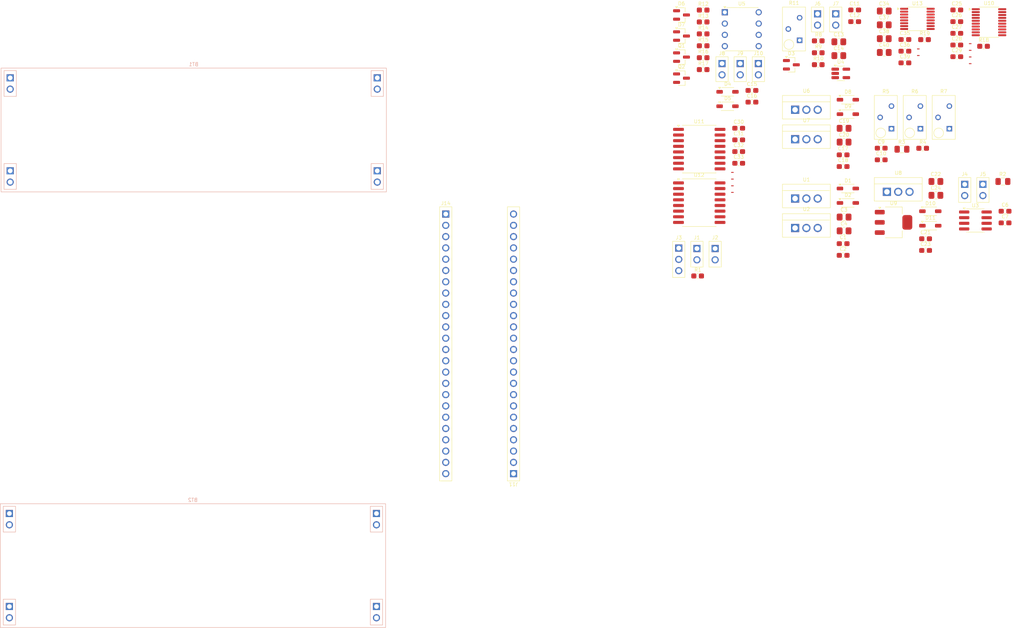
<source format=kicad_pcb>
(kicad_pcb (version 20241229) (generator "pcbnew") (generator_version "9.0")
  (layers (0 "F.Cu" signal) (2 "B.Cu" signal) (13 "F.Paste" user) (15 "B.Paste" user) (5 "F.SilkS" user "F.Silkscreen") (7 "B.SilkS" user "B.Silkscreen") (1 "F.Mask" user) (3 "B.Mask" user) (25 "Edge.Cuts" user))
  (net 0 "")
  (net 1 "Net-(BT1-BT1(-))")
  (net 2 "Net-(BT1-BT1(+))")
  (net 3 "/Power/Batteries/18V")
  (net 4 "/Power/Batteries/27V")
  (net 5 "GND")
  (net 6 "Net-(BT1-BT4(-))")
  (net 7 "/Power/Batteries/-27V")
  (net 8 "Net-(BT2-BT2(-))")
  (net 9 "Net-(BT2-BT1(-))")
  (net 10 "/15V")
  (net 11 "/5V_PreAmp")
  (net 12 "/-5V_PreAmp")
  (net 13 "/-15V")
  (net 14 "/TIA_OneStage/V+")
  (net 15 "/TIA_OneStage/V-")
  (net 16 "Net-(C9-Pad1)")
  (net 17 "Net-(C9-Pad2)")
  (net 18 "/TIA_TwoStage/Output")
  (net 19 "Net-(C10-Pad1)")
  (net 20 "/TIA_TwoStage/PreAmplifier/2.5V")
  (net 21 "/TIA_TwoStage/PreAmplifier/-1.5V")
  (net 22 "/TIA_TwoStage/PostAmplifier/V+")
  (net 23 "/TIA_TwoStage/PostAmplifier/V-")
  (net 24 "/5V_Converter")
  (net 25 "/3.3V_Converter")
  (net 26 "Net-(U10-VREFIO)")
  (net 27 "/CPU/DAC/AVDD")
  (net 28 "/CPU/DAC/AVSS")
  (net 29 "/CPU/DAC/DVDD")
  (net 30 "/CPU/DAC/IOVDD")
  (net 31 "/CPU/Isolation/VCC1_DAC")
  (net 32 "/CPU/Isolation/GND_Digital")
  (net 33 "/CPU/Isolation/VCC1_ADC")
  (net 34 "/CPU/Isolation/VCC2_DAC")
  (net 35 "/CPU/Isolation/VCC2_ADC")
  (net 36 "Net-(U13-REFIO)")
  (net 37 "/CPU/ADC/AVDD")
  (net 38 "/CPU/ADC/DVDD")
  (net 39 "/CPU/ADC/REFCAP")
  (net 40 "Net-(D3-K)")
  (net 41 "Net-(D4-K)")
  (net 42 "Net-(D4-A)")
  (net 43 "Net-(D5-K)")
  (net 44 "Net-(D5-A)")
  (net 45 "Net-(D6-K)")
  (net 46 "Net-(D7-*)")
  (net 47 "Net-(J1-Pin_1)")
  (net 48 "/TIA_TwoStage/Input")
  (net 49 "/TIA_OneStage/Input")
  (net 50 "/CPU/ADC_Input")
  (net 51 "/TIA_OneStage/Output")
  (net 52 "Net-(J6-Pin_2)")
  (net 53 "Net-(J7-Pin_1)")
  (net 54 "/TIA_TwoStage/PostAmplifier/Clamped_Output")
  (net 55 "Net-(J9-Pin_2)")
  (net 58 "/CPU/Isolation/MISO_Digital")
  (net 68 "/CPU/Isolation/MOSI_Digital")
  (net 71 "/CPU/Isolation/3.3V_Digital")
  (net 80 "/CPU/Isolation/SCK_Digital")
  (net 86 "/CPU/Isolation/CS_ADC_Digital")
  (net 96 "/CPU/Isolation/CS_DAC_Digital")
  (net 100 "/CPU/DAC_Output")
  (net 101 "Net-(R4-Pad2)")
  (net 102 "Net-(R10-Pad1)")
  (net 103 "Net-(U10-FAULT_N)")
  (net 104 "Net-(U13-*RST)")
  (net 108 "/TIA_TwoStage/PostAmplifier/Input")
  (net 116 "/CPU/DAC/MISO")
  (net 117 "/CPU/DAC/MOSI")
  (net 118 "/CPU/DAC/CS")
  (net 121 "/CPU/DAC/SCK")
  (net 122 "/CPU/ADC/SCK")
  (net 123 "/CPU/ADC/CS")
  (net 124 "/CPU/ADC/MISO")
  (net 125 "/CPU/ADC/MOSI")
  (footprint "Connector_Custom:PinHeader_1x2" (layer "F.Cu") (at 239.22 21.31)
    (property "Reference" "J7" (at 0.0025 -3.5625 0) (layer "F.SilkS") (effects (font (size 0.8 0.8) (thickness 0.12))))
    (property "Value" "Conn_01x02_Pin")
    (pad "1" thru_hole rect (at 0 -1.27) (size 1.6 1.6) (drill 1.05) (layers "*.Cu" "*.Mask") (net 53 "Net-(J7-Pin_1)"))
    (pad "2" thru_hole circle (at 0 1.27) (size 1.6 1.6) (drill 1.05) (layers "*.Cu" "*.Mask") (net 11 "/5V_PreAmp"))
  )
  (footprint "TwoTerminal:CAPC0603" (layer "F.Cu") (at 240.88 74.38)
    (property "Reference" "C2" (at 0.005 -1.425 0) (layer "F.SilkS") (effects (font (size 0.8 0.8) (thickness 0.12))))
    (property "Value" "100 nF, 0603")
    (pad "1" smd roundrect (at -0.86 0) (size 1.16 1.08) (layers "F.Cu" "F.Mask" "F.Paste") (net 11 "/5V_PreAmp"))
    (pad "2" smd roundrect (at 0.86 0) (size 1.16 1.08) (layers "F.Cu" "F.Mask" "F.Paste") (net 5 "GND"))
  )
  (footprint "Connector_Custom:NetTie_0.2mm" (layer "F.Cu") (at 269.455 26.745)
    (property "Reference" "NT1" (hide yes))
    (property "Value" "NetTie_2" (hide yes))
    (fp_poly (pts (xy 0.2 -0.1) (xy -0.2 -0.1) (xy -0.2 0.1) (xy 0.2 0.1)) (fill yes) (layer "F.Cu"))
    (pad "1" smd circle (at -0.2 0) (size 0.2 0.2) (layers "F.Cu") (net 27 "/CPU/DAC/AVDD"))
    (pad "2" smd circle (at 0.2 0) (size 0.2 0.2) (layers "F.Cu") (net 10 "/15V"))
  )
  (footprint "TwoTerminal:SOD-123" (layer "F.Cu") (at 214.885 40.83)
    (property "Reference" "D5" (at 0.035 -1.77 0) (layer "F.SilkS") (effects (font (size 0.8 0.8) (thickness 0.12))))
    (property "Value" "D")
    (pad "1" smd roundrect (at -1.7775 0) (size 1.455 0.83) (layers "F.Cu" "F.Mask" "F.Paste") (net 43 "Net-(D5-K)"))
    (pad "2" smd roundrect (at 1.7775 0) (size 1.455 0.83) (layers "F.Cu" "F.Mask" "F.Paste") (net 44 "Net-(D5-A)"))
  )
  (footprint "ThreeTerminal:TO-220" (layer "F.Cu") (at 232.62 48.25)
    (property "Reference" "U7" (at 0.01 -4.25 0) (layer "F.SilkS") (effects (font (size 0.8 0.8) (thickness 0.12))))
    (property "Value" "LM7815, 15V, 5%")
    (pad "1" thru_hole rect (at -2.54 0) (size 1.84 1.84) (drill 1.24) (layers "*.Cu" "*.Mask") (net 4 "/Power/Batteries/27V"))
    (pad "2" thru_hole circle (at 0 0) (size 1.84 1.84) (drill 1.24) (layers "*.Cu" "*.Mask") (net 5 "GND"))
    (pad "3" thru_hole circle (at 2.54 0) (size 1.84 1.84) (drill 1.24) (layers "*.Cu" "*.Mask") (net 10 "/15V"))
  )
  (footprint "TwoTerminal:CAPC0805" (layer "F.Cu") (at 241.095 68.88)
    (property "Reference" "C4" (at -0.02 -1.6425 0) (layer "F.SilkS") (effects (font (size 0.8 0.8) (thickness 0.12))))
    (property "Value" "1 uF, 0805")
    (pad "1" smd roundrect (at -1.0025 0) (size 1.305 1.56) (layers "F.Cu" "F.Mask" "F.Paste") (net 13 "/-15V"))
    (pad "2" smd roundrect (at 1.0025 0) (size 1.305 1.56) (layers "F.Cu" "F.Mask" "F.Paste") (net 5 "GND"))
  )
  (footprint "IC:PDIP-8" (layer "F.Cu") (at 218.09 23.495)
    (property "Reference" "U5" (at -0.01 -5.7475 0) (layer "F.SilkS") (effects (font (size 0.8 0.8) (thickness 0.12))))
    (property "Value" "OP37GPZ")
    (pad "1" thru_hole rect (at -3.81 -3.81) (size 1.38 1.38) (drill 0.88) (layers "*.Cu" "*.Mask"))
    (pad "2" thru_hole circle (at -3.81 -1.27) (size 1.38 1.38) (drill 0.88) (layers "*.Cu" "*.Mask") (net 55 "Net-(J9-Pin_2)"))
    (pad "3" thru_hole circle (at -3.81 1.27) (size 1.38 1.38) (drill 0.88) (layers "*.Cu" "*.Mask") (net 108 "/TIA_TwoStage/PostAmplifier/Input"))
    (pad "4" thru_hole circle (at -3.81 3.81) (size 1.38 1.38) (drill 0.88) (layers "*.Cu" "*.Mask") (net 23 "/TIA_TwoStage/PostAmplifier/V-"))
    (pad "5" thru_hole circle (at 3.81 3.81) (size 1.38 1.38) (drill 0.88) (layers "*.Cu" "*.Mask"))
    (pad "6" thru_hole circle (at 3.81 1.27) (size 1.38 1.38) (drill 0.88) (layers "*.Cu" "*.Mask") (net 18 "/TIA_TwoStage/Output"))
    (pad "7" thru_hole circle (at 3.81 -1.27) (size 1.38 1.38) (drill 0.88) (layers "*.Cu" "*.Mask") (net 22 "/TIA_TwoStage/PostAmplifier/V+"))
    (pad "8" thru_hole circle (at 3.81 -3.81) (size 1.38 1.38) (drill 0.88) (layers "*.Cu" "*.Mask"))
  )
  (footprint "TwoTerminal:RESC0805" (layer "F.Cu") (at 254.11 50.5)
    (property "Reference" "R3" (at -0.05 -1.64 0) (layer "F.SilkS") (effects (font (size 0.8 0.8) (thickness 0.12))))
    (property "Value" "330M, 5%")
    (pad "1" smd roundrect (at -1.0825 0) (size 1.195 1.56) (layers "F.Cu" "F.Mask" "F.Paste") (net 48 "/TIA_TwoStage/Input"))
    (pad "2" smd roundrect (at 1.0825 0) (size 1.195 1.56) (layers "F.Cu" "F.Mask" "F.Paste") (net 16 "Net-(C9-Pad1)"))
  )
  (footprint "TwoTerminal:CAPC0603" (layer "F.Cu") (at 240.88 71.75)
    (property "Reference" "C1" (at 0.005 -1.425 0) (layer "F.SilkS") (effects (font (size 0.8 0.8) (thickness 0.12))))
    (property "Value" "220 nF, 0603")
    (pad "1" smd roundrect (at -0.86 0) (size 1.16 1.08) (layers "F.Cu" "F.Mask" "F.Paste") (net 10 "/15V"))
    (pad "2" smd roundrect (at 0.86 0) (size 1.16 1.08) (layers "F.Cu" "F.Mask" "F.Paste") (net 5 "GND"))
  )
  (footprint "TwoTerminal:RESC0603" (layer "F.Cu") (at 208.165 79.025)
    (property "Reference" "R1" (at 0.0475 -1.385 0) (layer "F.SilkS") (effects (font (size 0.8 0.8) (thickness 0.12))))
    (property "Value" "4.7k, 1%")
    (pad "1" smd roundrect (at -0.8525 0) (size 1.145 1.13) (layers "F.Cu" "F.Mask" "F.Paste") (net 100 "/CPU/DAC_Output"))
    (pad "2" smd roundrect (at 0.8525 0) (size 1.145 1.13) (layers "F.Cu" "F.Mask" "F.Paste") (net 47 "Net-(J1-Pin_1)"))
  )
  (footprint "TwoTerminal:CAPC0603" (layer "F.Cu") (at 240.88 51.77)
    (property "Reference" "C17" (at 0.005 -1.425 0) (layer "F.SilkS") (effects (font (size 0.8 0.8) (thickness 0.12))))
    (property "Value" "220 nF, 0603")
    (pad "1" smd roundrect (at -0.86 0) (size 1.16 1.08) (layers "F.Cu" "F.Mask" "F.Paste") (net 4 "/Power/Batteries/27V"))
    (pad "2" smd roundrect (at 0.86 0) (size 1.16 1.08) (layers "F.Cu" "F.Mask" "F.Paste") (net 5 "GND"))
  )
  (footprint "Connector_Custom:PinHeader_1x2" (layer "F.Cu") (at 217.74 32.49)
    (property "Reference" "J9" (at 0.0025 -3.5625 0) (layer "F.SilkS") (effects (font (size 0.8 0.8) (thickness 0.12))))
    (property "Value" "Conn_01x02_Pin")
    (pad "1" thru_hole rect (at 0 -1.27) (size 1.6 1.6) (drill 1.05) (layers "*.Cu" "*.Mask") (net 54 "/TIA_TwoStage/PostAmplifier/Clamped_Output"))
    (pad "2" thru_hole circle (at 0 1.27) (size 1.6 1.6) (drill 1.05) (layers "*.Cu" "*.Mask") (net 55 "Net-(J9-Pin_2)"))
  )
  (footprint "TwoTerminal:CAPC0603" (layer "F.Cu") (at 249.44 50.26)
    (property "Reference" "C9" (at 0.005 -1.425 0) (layer "F.SilkS") (effects (font (size 0.8 0.8) (thickness 0.12))))
    (property "Value" "2 nF, 1%")
    (pad "1" smd roundrect (at -0.86 0) (size 1.16 1.08) (layers "F.Cu" "F.Mask" "F.Paste") (net 16 "Net-(C9-Pad1)"))
    (pad "2" smd roundrect (at 0.86 0) (size 1.16 1.08) (layers "F.Cu" "F.Mask" "F.Paste") (net 17 "Net-(C9-Pad2)"))
  )
  (footprint "IC:ISO7641FM" (layer "F.Cu") (at 208.53 50.48)
    (property "Reference" "U11" (at -0.0325 -6.2225 0) (layer "F.SilkS") (effects (font (size 0.8 0.8) (thickness 0.12))))
    (property "Value" "ISO7641FM")
    (pad "1" smd roundrect (at -4.67 -4.445) (size 2.42 0.69) (layers "F.Cu" "F.Mask" "F.Paste") (net 31 "/CPU/Isolation/VCC1_DAC"))
    (pad "2" smd roundrect (at -4.67 -3.175) (size 2.42 0.69) (layers "F.Cu" "F.Mask" "F.Paste") (net 32 "/CPU/Isolation/GND_Digital"))
    (pad "3" smd roundrect (at -4.67 -1.905) (size 2.42 0.69) (layers "F.Cu" "F.Mask" "F.Paste") (net 96 "/CPU/Isolation/CS_DAC_Digital"))
    (pad "4" smd roundrect (at -4.67 -0.635) (size 2.42 0.69) (layers "F.Cu" "F.Mask" "F.Paste") (net 80 "/CPU/Isolation/SCK_Digital"))
    (pad "5" smd roundrect (at -4.67 0.635) (size 2.42 0.69) (layers "F.Cu" "F.Mask" "F.Paste") (net 68 "/CPU/Isolation/MOSI_Digital"))
    (pad "6" smd roundrect (at -4.67 1.905) (size 2.42 0.69) (layers "F.Cu" "F.Mask" "F.Paste") (net 58 "/CPU/Isolation/MISO_Digital"))
    (pad "7" smd roundrect (at -4.67 3.175) (size 2.42 0.69) (layers "F.Cu" "F.Mask" "F.Paste") (net 31 "/CPU/Isolation/VCC1_DAC"))
    (pad "8" smd roundrect (at -4.67 4.445) (size 2.42 0.69) (layers "F.Cu" "F.Mask" "F.Paste") (net 32 "/CPU/Isolation/GND_Digital"))
    (pad "9" smd roundrect (at 4.67 4.445) (size 2.42 0.69) (layers "F.Cu" "F.Mask" "F.Paste") (net 5 "GND"))
    (pad "10" smd roundrect (at 4.67 3.175) (size 2.42 0.69) (layers "F.Cu" "F.Mask" "F.Paste") (net 34 "/CPU/Isolation/VCC2_DAC"))
    (pad "11" smd roundrect (at 4.67 1.905) (size 2.42 0.69) (layers "F.Cu" "F.Mask" "F.Paste") (net 116 "/CPU/DAC/MISO"))
    (pad "12" smd roundrect (at 4.67 0.635) (size 2.42 0.69) (layers "F.Cu" "F.Mask" "F.Paste") (net 117 "/CPU/DAC/MOSI"))
    (pad "13" smd roundrect (at 4.67 -0.635) (size 2.42 0.69) (layers "F.Cu" "F.Mask" "F.Paste") (net 121 "/CPU/DAC/SCK"))
    (pad "14" smd roundrect (at 4.67 -1.905) (size 2.42 0.69) (layers "F.Cu" "F.Mask" "F.Paste") (net 118 "/CPU/DAC/CS"))
    (pad "15" smd roundrect (at 4.67 -3.175) (size 2.42 0.69) (layers "F.Cu" "F.Mask" "F.Paste") (net 5 "GND"))
    (pad "16" smd roundrect (at 4.67 -4.445) (size 2.42 0.69) (layers "F.Cu" "F.Mask" "F.Paste") (net 34 "/CPU/Isolation/VCC2_DAC"))
  )
  (footprint "TwoTerminal:RESC0603" (layer "F.Cu") (at 209.405 29.905)
    (property "Reference" "R16" (at 0.0475 -1.385 0) (layer "F.SilkS") (effects (font (size 0.8 0.8) (thickness 0.12))))
    (property "Value" "10k, 1%")
    (pad "1" smd roundrect (at -0.8525 0) (size 1.145 1.13) (layers "F.Cu" "F.Mask" "F.Paste") (net 10 "/15V"))
    (pad "2" smd roundrect (at 0.8525 0) (size 1.145 1.13) (layers "F.Cu" "F.Mask" "F.Paste") (net 45 "Net-(D6-K)"))
  )
  (footprint "Connector_Custom:PinSocket_1x2" (layer "F.Cu") (at 212.1 74.12)
    (property "Reference" "J2" (at 0.0025 -3.725 0) (layer "F.SilkS") (effects (font (size 0.8 0.8) (thickness 0.12))))
    (property "Value" "Conn_01x02_Socket")
    (pad "1" thru_hole rect (at 0 -1.27) (size 1.6 1.6) (drill 1.05) (layers "*.Cu" "*.Mask") (net 48 "/TIA_TwoStage/Input"))
    (pad "2" thru_hole circle (at 0 1.27) (size 1.6 1.6) (drill 1.05) (layers "*.Cu" "*.Mask") (net 49 "/TIA_OneStage/Input"))
  )
  (footprint "ThreeTerminal:SOT-23" (layer "F.Cu") (at 204.54 25.03)
    (property "Reference" "D7" (at -0.005 -2.5625 0) (layer "F.SilkS") (effects (font (size 0.8 0.8) (thickness 0.12))))
    (property "Value" "10V, 1%")
    (pad "1" smd roundrect (at -1.11 -0.95) (size 1.56 0.69) (layers "F.Cu" "F.Mask" "F.Paste") (net 5 "GND"))
    (pad "2" smd roundrect (at -1.11 0.95) (size 1.56 0.69) (layers "F.Cu" "F.Mask" "F.Paste") (net 46 "Net-(D7-*)"))
    (pad "3" smd roundrect (at 1.11 0) (size 1.56 0.69) (layers "F.Cu" "F.Mask" "F.Paste") (net 46 "Net-(D7-*)"))
  )
  (footprint "ThreeTerminal:Bourns_3296Y" (layer "F.Cu") (at 250.48 43.34)
    (property "Reference" "R5" (at 0.0075 -5.85 0) (layer "F.SilkS") (effects (font (size 0.8 0.8) (thickness 0.12))))
    (property "Value" "10k, 10%")
    (pad "1" thru_hole rect (at 1.27 2.54) (size 1.24 1.24) (drill 0.74) (layers "*.Cu" "*.Mask") (net 5 "GND"))
    (pad "2" thru_hole circle (at -1.27 0) (size 1.24 1.24) (drill 0.74) (layers "*.Cu" "*.Mask") (net 5 "GND"))
    (pad "3" thru_hole circle (at 1.27 -2.54) (size 1.24 1.24) (drill 0.74) (layers "*.Cu" "*.Mask") (net 101 "Net-(R4-Pad2)"))
  )
  (footprint "Connector_Custom:PinSocket_1x24" (layer "F.Cu") (at 166.77 94.3 180)
    (property "Reference" "J11" (at 0.005 -31.6275 180) (layer "F.SilkS") (effects (font (size 0.8 0.8) (thickness 0.12))))
    (property "Value" "Conn_01x24_Socket")
    (pad "1" thru_hole rect (at 0 -29.21 180) (size 1.6 1.6) (drill 1.05) (layers "*.Cu" "*.Mask") (net 32 "/CPU/Isolation/GND_Digital"))
    (pad "2" thru_hole circle (at 0 -26.67 180) (size 1.6 1.6) (drill 1.05) (layers "*.Cu" "*.Mask"))
    (pad "3" thru_hole circle (at 0 -24.13 180) (size 1.6 1.6) (drill 1.05) (layers "*.Cu" "*.Mask"))
    (pad "4" thru_hole circle (at 0 -21.59 180) (size 1.6 1.6) (drill 1.05) (layers "*.Cu" "*.Mask"))
    (pad "5" thru_hole circle (at 0 -19.05 180) (size 1.6 1.6) (drill 1.05) (layers "*.Cu" "*.Mask"))
    (pad "6" thru_hole circle (at 0 -16.51 180) (size 1.6 1.6) (drill 1.05) (layers "*.Cu" "*.Mask"))
    (pad "7" thru_hole circle (at 0 -13.97 180) (size 1.6 1.6) (drill 1.05) (layers "*.Cu" "*.Mask"))
    (pad "8" thru_hole circle (at 0 -11.43 180) (size 1.6 1.6) (drill 1.05) (layers "*.Cu" "*.Mask"))
    (pad "9" thru_hole circle (at 0 -8.89 180) (size 1.6 1.6) (drill 1.05) (layers "*.Cu" "*.Mask"))
    (pad "10" thru_hole circle (at 0 -6.35 180) (size 1.6 1.6) (drill 1.05) (layers "*.Cu" "*.Mask"))
    (pad "11" thru_hole circle (at 0 -3.81 180) (size 1.6 1.6) (drill 1.05) (layers "*.Cu" "*.Mask"))
    (pad "12" thru_hole circle (at 0 -1.27 180) (size 1.6 1.6) (drill 1.05) (layers "*.Cu" "*.Mask"))
    (pad "13" thru_hole circle (at 0 1.27 180) (size 1.6 1.6) (drill 1.05) (layers "*.Cu" "*.Mask") (net 68 "/CPU/Isolation/MOSI_Digital"))
    (pad "14" thru_hole circle (at 0 3.81 180) (size 1.6 1.6) (drill 1.05) (layers "*.Cu" "*.Mask") (net 58 "/CPU/Isolation/MISO_Digital"))
    (pad "15" thru_hole circle (at 0 6.35 180) (size 1.6 1.6) (drill 1.05) (layers "*.Cu" "*.Mask") (net 71 "/CPU/Isolation/3.3V_Digital"))
    (pad "16" thru_hole circle (at 0 8.89 180) (size 1.6 1.6) (drill 1.05) (layers "*.Cu" "*.Mask"))
    (pad "17" thru_hole circle (at 0 11.43 180) (size 1.6 1.6) (drill 1.05) (layers "*.Cu" "*.Mask"))
    (pad "18" thru_hole circle (at 0 13.97 180) (size 1.6 1.6) (drill 1.05) (layers "*.Cu" "*.Mask"))
    (pad "19" thru_hole circle (at 0 16.51 180) (size 1.6 1.6) (drill 1.05) (layers "*.Cu" "*.Mask"))
    (pad "20" thru_hole circle (at 0 19.05 180) (size 1.6 1.6) (drill 1.05) (layers "*.Cu" "*.Mask"))
    (pad "21" thru_hole circle (at 0 21.59 180) (size 1.6 1.6) (drill 1.05) (layers "*.Cu" "*.Mask"))
    (pad "22" thru_hole circle (at 0 24.13 180) (size 1.6 1.6) (drill 1.05) (layers "*.Cu" "*.Mask"))
    (pad "23" thru_hole circle (at 0 26.67 180) (size 1.6 1.6) (drill 1.05) (layers "*.Cu" "*.Mask"))
    (pad "24" thru_hole circle (at 0 29.21 180) (size 1.6 1.6) (drill 1.05) (layers "*.Cu" "*.Mask"))
  )
  (footprint "TwoTerminal:SOD-123" (layer "F.Cu") (at 241.945 62.59)
    (property "Reference" "D2" (at 0.035 -1.77 0) (layer "F.SilkS") (effects (font (size 0.8 0.8) (thickness 0.12))))
    (property "Value" "D_Schottky")
    (pad "1" smd roundrect (at -1.7775 0) (size 1.455 0.83) (layers "F.Cu" "F.Mask" "F.Paste") (net 5 "GND"))
    (pad "2" smd roundrect (at 1.7775 0) (size 1.455 0.83) (layers "F.Cu" "F.Mask" "F.Paste") (net 12 "/-5V_PreAmp"))
  )
  (footprint "TwoTerminal:CAPC0603" (layer "F.Cu") (at 254.77 25.81)
    (property "Reference" "C35" (at 0.005 -1.425 0) (layer "F.SilkS") (effects (font (size 0.8 0.8) (thickness 0.12))))
    (property "Value" "1 uF, 0603")
    (pad "1" smd roundrect (at -0.86 0) (size 1.16 1.08) (layers "F.Cu" "F.Mask" "F.Paste") (net 37 "/CPU/ADC/AVDD"))
    (pad "2" smd roundrect (at 0.86 0) (size 1.16 1.08) (layers "F.Cu" "F.Mask" "F.Paste") (net 5 "GND"))
  )
  (footprint "TwoTerminal:CAPC0805" (layer "F.Cu") (at 261.745 60.87)
    (property "Reference" "C24" (at -0.02 -1.6425 0) (layer "F.SilkS") (effects (font (size 0.8 0.8) (thickness 0.12))))
    (property "Value" "1 uF, 0805")
    (pad "1" smd roundrect (at -1.0025 0) (size 1.305 1.56) (layers "F.Cu" "F.Mask" "F.Paste") (net 25 "/3.3V_Converter"))
    (pad "2" smd roundrect (at 1.0025 0) (size 1.305 1.56) (layers "F.Cu" "F.Mask" "F.Paste") (net 5 "GND"))
  )
  (footprint "TwoTerminal:RESC0603" (layer "F.Cu") (at 258.765 50.285)
    (property "Reference" "R4" (at 0.0475 -1.385 0) (layer "F.SilkS") (effects (font (size 0.8 0.8) (thickness 0.12))))
    (property "Value" "1.3k, 1%")
    (pad "1" smd roundrect (at -0.8525 0) (size 1.145 1.13) (layers "F.Cu" "F.Mask" "F.Paste") (net 17 "Net-(C9-Pad2)"))
    (pad "2" smd roundrect (at 0.8525 0) (size 1.145 1.13) (layers "F.Cu" "F.Mask" "F.Paste") (net 101 "Net-(R4-Pad2)"))
  )
  (footprint "ThreeTerminal:TO-220" (layer "F.Cu") (at 253.27 60.09)
    (property "Reference" "U8" (at 0.01 -4.25 0) (layer "F.SilkS") (effects (font (size 0.8 0.8) (thickness 0.12))))
    (property "Value" "LM7805, 5V, 5%")
    (pad "1" thru_hole rect (at -2.54 0) (size 1.84 1.84) (drill 1.24) (layers "*.Cu" "*.Mask") (net 3 "/Power/Batteries/18V"))
    (pad "2" thru_hole circle (at 0 0) (size 1.84 1.84) (drill 1.24) (layers "*.Cu" "*.Mask") (net 5 "GND"))
    (pad "3" thru_hole circle (at 2.54 0) (size 1.84 1.84) (drill 1.24) (layers "*.Cu" "*.Mask") (net 24 "/5V_Converter"))
  )
  (footprint "TwoTerminal:CAPC0805" (layer "F.Cu") (at 241.095 48.9)
    (property "Reference" "C20" (at -0.02 -1.6425 0) (layer "F.SilkS") (effects (font (size 0.8 0.8) (thickness 0.12))))
    (property "Value" "1 uF, 0805")
    (pad "1" smd roundrect (at -1.0025 0) (size 1.305 1.56) (layers "F.Cu" "F.Mask" "F.Paste") (net 7 "/Power/Batteries/-27V"))
    (pad "2" smd roundrect (at 1.0025 0) (size 1.305 1.56) (layers "F.Cu" "F.Mask" "F.Paste") (net 5 "GND"))
  )
  (footprint "TwoTerminal:RESC0603" (layer "F.Cu") (at 209.405 32.585)
    (property "Reference" "R17" (at 0.0475 -1.385 0) (layer "F.SilkS") (effects (font (size 0.8 0.8) (thickness 0.12))))
    (property "Value" "10k, 1%")
    (pad "1" smd roundrect (at -0.8525 0) (size 1.145 1.13) (layers "F.Cu" "F.Mask" "F.Paste") (net 46 "Net-(D7-*)"))
    (pad "2" smd roundrect (at 0.8525 0) (size 1.145 1.13) (layers "F.Cu" "F.Mask" "F.Paste") (net 13 "/-15V"))
  )
  (footprint "Connector_Custom:PinHeader_1x2" (layer "F.Cu") (at 235.13 21.31)
    (property "Reference" "J6" (at 0.0025 -3.5625 0) (layer "F.SilkS") (effects (font (size 0.8 0.8) (thickness 0.12))))
    (property "Value" "Conn_01x02_Pin")
    (pad "1" thru_hole rect (at 0 -1.27) (size 1.6 1.6) (drill 1.05) (layers "*.Cu" "*.Mask") (net 12 "/-5V_PreAmp"))
    (pad "2" thru_hole circle (at 0 1.27) (size 1.6 1.6) (drill 1.05) (layers "*.Cu" "*.Mask") (net 52 "Net-(J6-Pin_2)"))
  )
  (footprint "TwoTerminal:CAPC0805" (layer "F.Cu") (at 250.125 25.62)
    (property "Reference" "C38" (at -0.02 -1.6425 0) (layer "F.SilkS") (effects (font (size 0.8 0.8) (thickness 0.12))))
    (property "Value" "10 uF, 0805")
    (pad "1" smd roundrect (at -1.0025 0) (size 1.305 1.56) (layers "F.Cu" "F.Mask" "F.Paste") (net 38 "/CPU/ADC/DVDD"))
    (pad "2" smd roundrect (at 1.0025 0) (size 1.305 1.56) (layers "F.Cu" "F.Mask" "F.Paste") (net 5 "GND"))
  )
  (footprint "TwoTerminal:SOD-123" (layer "F.Cu") (at 241.945 59.34)
    (property "Reference" "D1" (at 0.035 -1.77 0) (layer "F.SilkS") (effects (font (size 0.8 0.8) (thickness 0.12))))
    (property "Value" "D_Schottky")
    (pad "1" smd roundrect (at -1.7775 0) (size 1.455 0.83) (layers "F.Cu" "F.Mask" "F.Paste") (net 11 "/5V_PreAmp"))
    (pad "2" smd roundrect (at 1.7775 0) (size 1.455 0.83) (layers "F.Cu" "F.Mask" "F.Paste") (net 5 "GND"))
  )
  (footprint "IC:DAC81401" (layer "F.Cu") (at 273.68 21.92)
    (property "Reference" "U10" (at 0.01 -4.2725 0) (layer "F.SilkS") (effects (font (size 0.8 0.8) (thickness 0.12))))
    (property "Value" "DAC81401")
    (pad "1" smd roundrect (at -2.9775 -2.925) (size 1.795 0.44) (layers "F.Cu" "F.Mask" "F.Paste") (net 26 "Net-(U10-VREFIO)"))
    (pad "2" smd roundrect (at -2.9775 -2.275) (size 1.795 0.44) (layers "F.Cu" "F.Mask" "F.Paste") (net 5 "GND"))
    (pad "3" smd roundrect (at -2.9775 -1.625) (size 1.795 0.44) (layers "F.Cu" "F.Mask" "F.Paste") (net 28 "/CPU/DAC/AVSS"))
    (pad "4" smd roundrect (at -2.9775 -0.975) (size 1.795 0.44) (layers "F.Cu" "F.Mask" "F.Paste"))
    (pad "5" smd roundrect (at -2.9775 -0.325) (size 1.795 0.44) (layers "F.Cu" "F.Mask" "F.Paste") (net 27 "/CPU/DAC/AVDD"))
    (pad "6" smd roundrect (at -2.9775 0.325) (size 1.795 0.44) (layers "F.Cu" "F.Mask" "F.Paste"))
    (pad "7" smd roundrect (at -2.9775 0.975) (size 1.795 0.44) (layers "F.Cu" "F.Mask" "F.Paste"))
    (pad "8" smd roundrect (at -2.9775 1.625) (size 1.795 0.44) (layers "F.Cu" "F.Mask" "F.Paste"))
    (pad "9" smd roundrect (at -2.9775 2.275) (size 1.795 0.44) (layers "F.Cu" "F.Mask" "F.Paste") (net 100 "/CPU/DAC_Output"))
    (pad "10" smd roundrect (at -2.9775 2.925) (size 1.795 0.44) (layers "F.Cu" "F.Mask" "F.Paste") (net 100 "/CPU/DAC_Output"))
    (pad "11" smd roundrect (at 2.9775 2.925) (size 1.795 0.44) (layers "F.Cu" "F.Mask" "F.Paste") (net 5 "GND"))
    (pad "12" smd roundrect (at 2.9775 2.275) (size 1.795 0.44) (layers "F.Cu" "F.Mask" "F.Paste") (net 103 "Net-(U10-FAULT_N)"))
    (pad "13" smd roundrect (at 2.9775 1.625) (size 1.795 0.44) (layers "F.Cu" "F.Mask" "F.Paste") (net 116 "/CPU/DAC/MISO"))
    (pad "14" smd roundrect (at 2.9775 0.975) (size 1.795 0.44) (layers "F.Cu" "F.Mask" "F.Paste") (net 121 "/CPU/DAC/SCK"))
    (pad "15" smd roundrect (at 2.9775 0.325) (size 1.795 0.44) (layers "F.Cu" "F.Mask" "F.Paste") (net 117 "/CPU/DAC/MOSI"))
    (pad "16" smd roundrect (at 2.9775 -0.325) (size 1.795 0.44) (layers "F.Cu" "F.Mask" "F.Paste") (net 118 "/CPU/DAC/CS"))
    (pad "17" smd roundrect (at 2.9775 -0.975) (size 1.795 0.44) (layers "F.Cu" "F.Mask" "F.Paste") (net 30 "/CPU/DAC/IOVDD"))
    (pad "18" smd roundrect (at 2.9775 -1.625) (size 1.795 0.44) (layers "F.Cu" "F.Mask" "F.Paste"))
    (pad "19" smd roundrect (at 2.9775 -2.275) (size 1.795 0.44) (layers "F.Cu" "F.Mask" "F.Paste") (net 5 "GND"))
    (pad "20" smd roundrect (at 2.9775 -2.925) (size 1.795 0.44) (layers "F.Cu" "F.Mask" "F.Paste") (net 29 "/CPU/DAC/DVDD"))
  )
  (footprint "TwoTerminal:CAPC0805" (layer "F.Cu") (at 250.125 28.73)
    (property "Reference" "C40" (at -0.02 -1.6425 0) (layer "F.SilkS") (effects (font (size 0.8 0.8) (thickness 0.12))))
    (property "Value" "10 uF, 0805")
    (pad "1" smd roundrect (at -1.0025 0) (size 1.305 1.56) (layers "F.Cu" "F.Mask" "F.Paste") (net 39 "/CPU/ADC/REFCAP"))
    (pad "2" smd roundrect (at 1.0025 0) (size 1.305 1.56) (layers "F.Cu" "F.Mask" "F.Paste") (net 5 "GND"))
  )
  (footprint "IC:ISO7641FM" (layer "F.Cu") (at 208.53 62.53)
    (property "Reference" "U12" (at -0.0325 -6.2225 0) (layer "F.SilkS") (effects (font (size 0.8 0.8) (thickness 0.12))))
    (property "Value" "ISO7641FM")
    (pad "1" smd roundrect (at -4.67 -4.445) (size 2.42 0.69) (layers "F.Cu" "F.Mask" "F.Paste") (net 33 "/CPU/Isolation/VCC1_ADC"))
    (pad "2" smd roundrect (at -4.67 -3.175) (size 2.42 0.69) (layers "F.Cu" "F.Mask" "F.Paste") (net 32 "/CPU/Isolation/GND_Digital"))
    (pad "3" smd roundrect (at -4.67 -1.905) (size 2.42 0.69) (layers "F.Cu" "F.Mask" "F.Paste") (net 86 "/CPU/Isolation/CS_ADC_Digital"))
    (pad "4" smd roundrect (at -4.67 -0.635) (size 2.42 0.69) (layers "F.Cu" "F.Mask" "F.Paste") (net 80 "/CPU/Isolation/SCK_Digital"))
    (pad "5" smd roundrect (at -4.67 0.635) (size 2.42 0.69) (layers "F.Cu" "F.Mask" "F.Paste") (net 68 "/CPU/Isolation/MOSI_Digital"))
    (pad "6" smd roundrect (at -4.67 1.905) (size 2.42 0.69) (layers "F.Cu" "F.Mask" "F.Paste") (net 58 "/CPU/Isolation/MISO_Digital"))
    (pad "7" smd roundrect (at -4.67 3.175) (size 2.42 0.69) (layers "F.Cu" "F.Mask" "F.Paste") (net 33 "/CPU/Isolation/VCC1_ADC"))
    (pad "8" smd roundrect (at -4.67 4.445) (size 2.42 0.69) (layers "F.Cu" "F.Mask" "F.Paste") (net 32 "/CPU/Isolation/GND_Digital"))
    (pad "9" smd roundrect (at 4.67 4.445) (size 2.42 0.69) (layers "F.Cu" "F.Mask" "F.Paste") (net 5 "GND"))
    (pad "10" smd roundrect (at 4.67 3.175) (size 2.42 0.69) (layers "F.Cu" "F.Mask" "F.Paste") (net 35 "/CPU/Isolation/VCC2_ADC"))
    (pad "11" smd roundrect (at 4.67 1.905) (size 2.42 0.69) (layers "F.Cu" "F.Mask" "F.Paste") (net 124 "/CPU/ADC/MISO"))
    (pad "12" smd roundrect (at 4.67 0.635) (size 2.42 0.69) (layers "F.Cu" "F.Mask" "F.Paste") (net 125 "/CPU/ADC/MOSI"))
    (pad "13" smd roundrect (at 4.67 -0.635) (size 2.42 0.69) (layers "F.Cu" "F.Mask" "F.Paste") (net 122 "/CPU/ADC/SCK"))
    (pad "14" smd roundrect (at 4.67 -1.905) (size 2.42 0.69) (layers "F.Cu" "F.Mask" "F.Paste") (net 123 "/CPU/ADC/CS"))
    (pad "15" smd roundrect (at 4.67 -3.175) (size 2.42 0.69) (layers "F.Cu" "F.Mask" "F.Paste") (net 5 "GND"))
    (pad "16" smd roundrect (at 4.67 -4.445) (size 2.42 0.69) (layers "F.Cu" "F.Mask" "F.Paste") (net 35 "/CPU/Isolation/VCC2_ADC"))
  )
  (footprint "Connector_Custom:NetTie_0.2mm" (layer "F.Cu") (at 215.985 57.225)
    (property "Reference" "NT6" (hide yes))
    (property "Value" "NetTie_2" (hide yes))
    (fp_poly (pts (xy 0.2 -0.1) (xy -0.2 -0.1) (xy -0.2 0.1) (xy 0.2 0.1)) (fill yes) (layer "F.Cu"))
    (pad "1" smd circle (at -0.2 0) (size 0.2 0.2) (layers "F.Cu") (net 71 "/CPU/Isolation/3.3V_Digital"))
    (pad "2" smd circle (at 0.2 0) (size 0.2 0.2) (layers "F.Cu") (net 33 "/CPU/Isolation/VCC1_ADC"))
  )
  (footprint "TwoTerminal:CAPC0805" (layer "F.Cu") (at 239.915 29.44)
    (property "Reference" "C14" (at -0.02 -1.6425 0) (layer "F.SilkS") (effects (font (size 0.8 0.8) (thickness 0.12))))
    (property "Value" "10 uF, 0805")
    (pad "1" smd roundrect (at -1.0025 0) (size 1.305 1.56) (layers "F.Cu" "F.Mask" "F.Paste") (net 5 "GND"))
    (pad "2" smd roundrect (at 1.0025 0) (size 1.305 1.56) (layers "F.Cu" "F.Mask" "F.Paste") (net 21 "/TIA_TwoStage/PreAmplifier/-1.5V"))
  )
  (footprint "TwoTerminal:CAPC0603" (layer "F.Cu") (at 243.48 21.79)
    (property "Reference" "C12" (at 0.005 -1.425 0) (layer "F.SilkS") (effects (font (size 0.8 0.8) (thickness 0.12))))
    (property "Value" "1 uF, 0603")
    (pad "1" smd roundrect (at -0.86 0) (size 1.16 1.08) (layers "F.Cu" "F.Mask" "F.Paste") (net 5 "GND"))
    (pad "2" smd roundrect (at 0.86 0) (size 1.16 1.08) (layers "F.Cu" "F.Mask" "F.Paste") (net 21 "/TIA_TwoStage/PreAmplifier/-1.5V"))
  )
  (footprint "Connector_Custom:NetTie_0.2mm" (layer "F.Cu") (at 215.985 58.725)
    (property "Reference" "NT7" (hide yes))
    (property "Value" "NetTie_2" (hide yes))
    (fp_poly (pts (xy 0.2 -0.1) (xy -0.2 -0.1) (xy -0.2 0.1) (xy 0.2 0.1)) (fill yes) (layer "F.Cu"))
    (pad "1" smd circle (at -0.2 0) (size 0.2 0.2) (layers "F.Cu") (net 34 "/CPU/Isolation/VCC2_DAC"))
    (pad "2" smd circle (at 0.2 0) (size 0.2 0.2) (layers "F.Cu") (net 25 "/3.3V_Converter"))
  )
  (footprint "Connector_Custom:PinHeader_1x3" (layer "F.Cu") (at 203.92 75.29)
    (property "Reference" "J3" (at 0.0075 -4.88 0) (layer "F.SilkS") (effects (font (size 0.8 0.8) (thickness 0.12))))
    (property "Value" "Conn_01x03_Pin")
    (pad "1" thru_hole rect (at 0 -2.54) (size 1.6 1.6) (drill 1.05) (layers "*.Cu" "*.Mask") (net 51 "/TIA_OneStage/Output"))
    (pad "2" thru_hole circle (at 0 0) (size 1.6 1.6) (drill 1.05) (layers "*.Cu" "*.Mask") (net 50 "/CPU/ADC_Input"))
    (pad "3" thru_hole circle (at 0 2.54) (size 1.6 1.6) (drill 1.05) (layers "*.Cu" "*.Mask") (net 18 "/TIA_TwoStage/Output"))
  )
  (footprint "ThreeTerminal:TO-220" (layer "F.Cu") (at 232.62 61.6)
    (property "Reference" "U1" (at 0.01 -4.25 0) (layer "F.SilkS") (effects (font (size 0.8 0.8) (thickness 0.12))))
    (property "Value" "LM7905, -5V, 5%")
    (pad "1" thru_hole rect (at -2.54 0) (size 1.84 1.84) (drill 1.24) (layers "*.Cu" "*.Mask") (net 5 "GND"))
    (pad "2" thru_hole circle (at 0 0) (size 1.84 1.84) (drill 1.24) (layers "*.Cu" "*.Mask") (net 13 "/-15V"))
    (pad "3" thru_hole circle (at 2.54 0) (size 1.84 1.84) (drill 1.24) (layers "*.Cu" "*.Mask") (net 12 "/-5V_PreAmp"))
  )
  (footprint "Connector_Custom:PinHeader_1x2" (layer "F.Cu") (at 268.22 59.67)
    (property "Reference" "J4" (at 0.0025 -3.5625 0) (layer "F.SilkS") (effects (font (size 0.8 0.8) (thickness 0.12))))
    (property "Value" "Conn_01x02_Pin")
    (pad "1" thru_hole rect (at 0 -1.27) (size 1.6 1.6) (drill 1.05) (layers "*.Cu" "*.Mask") (net 14 "/TIA_OneStage/V+"))
    (pad "2" thru_hole circle (at 0 1.27) (size 1.6 1.6) (drill 1.05) (layers "*.Cu" "*.Mask") (net 10 "/15V"))
  )
  (footprint "TwoTerminal:CAPC0805" (layer "F.Cu") (at 239.915 26.33)
    (property "Reference" "C13" (at -0.02 -1.6425 0) (layer "F.SilkS") (effects (font (size 0.8 0.8) (thickness 0.12))))
    (property "Value" "10 uF, 0805")
    (pad "1" smd roundrect (at -1.0025 0) (size 1.305 1.56) (layers "F.Cu" "F.Mask" "F.Paste") (net 20 "/TIA_TwoStage/PreAmplifier/2.5V"))
    (pad "2" smd roundrect (at 1.0025 0) (size 1.305 1.56) (layers "F.Cu" "F.Mask" "F.Paste") (net 5 "GND"))
  )
  (footprint "TwoTerminal:CAPC0805" (layer "F.Cu") (at 241.095 65.77)
    (property "Reference" "C3" (at -0.02 -1.6425 0) (layer "F.SilkS") (effects (font (size 0.8 0.8) (thickness 0.12))))
    (property "Value" "1 uF, 0805")
    (pad "1" smd roundrect (at -1.0025 0) (size 1.305 1.56) (layers "F.Cu" "F.Mask" "F.Paste") (net 5 "GND"))
    (pad "2" smd roundrect (at 1.0025 0) (size 1.305 1.56) (layers "F.Cu" "F.Mask" "F.Paste") (net 12 "/-5V_PreAmp"))
  )
  (footprint "TwoTerminal:RESC0603" (layer "F.Cu") (at 259.185 25.835)
    (property "Reference" "R19" (at 0.0475 -1.385 0) (layer "F.SilkS") (effects (font (size 0.8 0.8) (thickness 0.12))))
    (property "Value" "10k, 1%")
    (pad "1" smd roundrect (at -0.8525 0) (size 1.145 1.13) (layers "F.Cu" "F.Mask" "F.Paste") (net 104 "Net-(U13-*RST)"))
    (pad "2" smd roundrect (at 0.8525 0) (size 1.145 1.13) (layers "F.Cu" "F.Mask" "F.Paste") (net 25 "/3.3V_Converter"))
  )
  (footprint "TwoTerminal:CAPC0603" (layer "F.Cu") (at 240.88 54.4)
    (property "Reference" "C18" (at 0.005 -1.425 0) (layer "F.SilkS") (effects (font (size 0.8 0.8) (thickness 0.12))))
    (property "Value" "100 nF, 0603")
    (pad "1" smd roundrect (at -0.86 0) (size 1.16 1.08) (layers "F.Cu" "F.Mask" "F.Paste") (net 10 "/15V"))
    (pad "2" smd roundrect (at 0.86 0) (size 1.16 1.08) (layers "F.Cu" "F.Mask" "F.Paste") (net 5 "GND"))
  )
  (footprint "TwoTerminal:CAPC0603" (layer "F.Cu") (at 217.4 45.77)
    (property "Reference" "C30" (at 0.005 -1.425 0) (layer "F.SilkS") (effects (font (size 0.8 0.8) (thickness 0.12))))
    (property "Value" "100 nF, 0603")
    (pad "1" smd roundrect (at -0.86 0) (size 1.16 1.08) (layers "F.Cu" "F.Mask" "F.Paste") (net 31 "/CPU/Isolation/VCC1_DAC"))
    (pad "2" smd roundrect (at 0.86 0) (size 1.16 1.08) (layers "F.Cu" "F.Mask" "F.Paste") (net 32 "/CPU/Isolation/GND_Digital"))
  )
  (footprint "ThreeTerminal:SOT-23" (layer "F.Cu") (at 229.24 31.5)
    (property "Reference" "D3" (at -0.005 -2.5625 0) (layer "F.SilkS") (effects (font (size 0.8 0.8) (thickness 0.12))))
    (property "Value" "3.3V, 1%")
    (pad "1" smd roundrect (at -1.11 -0.95) (size 1.56 0.69) (layers "F.Cu" "F.Mask" "F.Paste") (net 40 "Net-(D3-K)"))
    (pad "2" smd roundrect (at -1.11 0.95) (size 1.56 0.69) (layers "F.Cu" "F.Mask" "F.Paste") (net 5 "GND"))
    (pad "3" smd roundrect (at 1.11 0) (size 1.56 0.69) (layers "F.Cu" "F.Mask" "F.Paste") (net 5 "GND"))
  )
  (footprint "TwoTerminal:CAPC0603" (layer "F.Cu") (at 254.77 28.44)
    (property "Reference" "C36" (at 0.005 -1.425 0) (layer "F.SilkS") (effects (font (size 0.8 0.8) (thickness 0.12))))
    (property "Value" "1 uF, 0603")
    (pad "1" smd roundrect (at -0.86 0) (size 1.16 1.08) (layers "F.Cu" "F.Mask" "F.Paste") (net 38 "/CPU/ADC/DVDD"))
    (pad "2" smd roundrect (at 0.86 0) (size 1.16 1.08) (layers "F.Cu" "F.Mask" "F.Paste") (net 5 "GND"))
  )
  (footprint "Connector_Custom:PinHeader_1x2" (layer "F.Cu") (at 272.31 59.67)
    (property "Reference" "J5" (at 0.0025 -3.5625 0) (layer "F.SilkS") (effects (font (size 0.8 0.8) (thickness 0.12))))
    (property "Value" "Conn_01x02_Pin")
    (pad "1" thru_hole rect (at 0 -1.27) (size 1.6 1.6) (drill 1.05) (layers "*.Cu" "*.Mask") (net 15 "/TIA_OneStage/V-"))
    (pad "2" thru_hole circle (at 0 1.27) (size 1.6 1.6) (drill 1.05) (layers "*.Cu" "*.Mask") (net 13 "/-15V"))
  )
  (footprint "Connector_Custom:PinSocket_1x2" (layer "F.Cu") (at 208.01 74.12)
    (property "Reference" "J1" (at 0.0025 -3.725 0) (layer "F.SilkS") (effects (font (size 0.8 0.8) (thickness 0.12))))
    (property "Value" "Conn_01x02_Socket")
    (pad "1" thru_hole rect (at 0 -1.27) (size 1.6 1.6) (drill 1.05) (layers "*.Cu" "*.Mask") (net 47 "Net-(J1-Pin_1)"))
    (pad "2" thru_hole circle (at 0 1.27) (size 1.6 1.6) (drill 1.05) (layers "*.Cu" "*.Mask") (net 47 "Net-(J1-Pin_1)"))
  )
  (footprint "IC:SOIC-8" (layer "F.Cu") (at 270.625 66.535)
    (property "Reference" "U3" (at -0.015 -3.3675 0) (layer "F.SilkS") (effects (font (size 0.8 0.8) (thickness 0.12))))
    (property "Value" "OPA828")
    (pad "1" smd roundrect (at -2.5225 -1.905) (size 2.305 0.69) (layers "F.Cu" "F.Mask" "F.Paste"))
    (pad "2" smd roundrect (at -2.5225 -0.635) (size 2.305 0.69) (layers "F.Cu" "F.Mask" "F.Paste") (net 49 "/TIA_OneStage/Input"))
    (pad "3" smd roundrect (at -2.5225 0.635) (size 2.305 0.69) (layers "F.Cu" "F.Mask" "F.Paste") (net 5 "GND"))
    (pad "4" smd roundrect (at -2.5225 1.905) (size 2.305 0.69) (layers "F.Cu" "F.Mask" "F.Paste") (net 15 "/TIA_OneStage/V-"))
    (pad "5" smd roundrect (at 2.5225 1.905) (size 2.305 0.69) (layers "F.Cu" "F.Mask" "F.Paste"))
    (pad "6" smd roundrect (at 2.5225 0.635) (size 2.305 0.69) (layers "F.Cu" "F.Mask" "F.Paste") (net 51 "/TIA_OneStage/Output"))
    (pad "7" smd roundrect (at 2.5225 -0.635) (size 2.305 0.69) (layers "F.Cu" "F.Mask" "F.Paste") (net 14 "/TIA_OneStage/V+"))
    (pad "8" smd roundrect (at 2.5225 -1.905) (size 2.305 0.69) (layers "F.Cu" "F.Mask" "F.Paste"))
  )
  (footprint "ThreeTerminal:SOT-23" (layer "F.Cu") (at 204.54 29.77)
    (property "Reference" "Q1" (at -0.005 -2.5625 0) (layer "F.SilkS") (effects (font (size 0.8 0.8) (thickness 0.12))))
    (property "Value" "Q_PNP")
    (pad "1" smd roundrect (at -1.11 -0.95) (size 1.56 0.69) (layers "F.Cu" "F.Mask" "F.Paste") (net 45 "Net-(D6-K)"))
    (pad "2" smd roundrect (at -1.11 0.95) (size 1.56 0.69) (layers "F.Cu" "F.Mask" "F.Paste") (net 41 "Net-(D4-K)"))
    (pad "3" smd roundrect (at 1.11 0) (size 1.56 0.69) (layers "F.Cu" "F.Mask" "F.Paste") (net 54 "/TIA_TwoStage/PostAmplifier/Clamped_Output"))
  )
  (footprint "Connector_Custom:NetTie_0.2mm" (layer "F.Cu") (at 257.785 29.425)
    (property "Reference" "NT10" (hide yes))
    (property "Value" "NetTie_2" (hide yes))
    (fp_poly (pts (xy 0.2 -0.1) (xy -0.2 -0.1) (xy -0.2 0.1) (xy 0.2 0.1)) (fill yes) (layer "F.Cu"))
    (pad "1" smd circle (at -0.2 0) (size 0.2 0.2) (layers "F.Cu") (net 38 "/CPU/ADC/DVDD"))
    (pad "2" smd circle (at 0.2 0) (size 0.2 0.2) (layers "F.Cu") (net 25 "/3.3V_Converter"))
  )
  (footprint "TwoTerminal:CAPC0603" (layer "F.Cu") (at 243.48 19.16)
    (property "Reference" "C11" (at 0.005 -1.425 0) (layer "F.SilkS") (effects (font (size 0.8 0.8) (thickness 0.12))))
    (property "Value" "1 uF, 0603")
    (pad "1" smd roundrect (at -0.86 0) (size 1.16 1.08) (layers "F.Cu" "F.Mask" "F.Paste") (net 20 "/TIA_TwoStage/PreAmplifier/2.5V"))
    (pad "2" smd roundrect (at 0.86 0) (size 1.16 1.08) (layers "F.Cu" "F.Mask" "F.Paste") (net 5 "GND"))
  )
  (footprint "TwoTerminal:RESC0603" (layer "F.Cu") (at 272.455 27.335)
    (property "Reference" "R18" (at 0.0475 -1.385 0) (layer "F.SilkS") (effects (font (size 0.8 0.8) (thickness 0.12))))
    (property "Value" "10k, 1%")
    (pad "1" smd roundrect (at -0.8525 0) (size 1.145 1.13) (layers "F.Cu" "F.Mask" "F.Paste") (net 103 "Net-(U10-FAULT_N)"))
    (pad "2" smd roundrect (at 0.8525 0) (size 1.145 1.13) (layers "F.Cu" "F.Mask" "F.Paste") (net 25 "/3.3V_Converter"))
  )
  (footprint "TwoTerminal:CAPC0603" (layer "F.Cu") (at 249.44 52.89)
    (property "Reference" "C10" (at 0.005 -1.425 0) (layer "F.SilkS") (effects (font (size 0.8 0.8) (thickness 0.12))))
    (property "Value" "180 pF, 1%")
    (pad "1" smd roundrect (at -0.86 0) (size 1.16 1.08) (layers "F.Cu" "F.Mask" "F.Paste") (net 19 "Net-(C10-Pad1)"))
    (pad "2" smd roundrect (at 0.86 0) (size 1.16 1.08) (layers "F.Cu" "F.Mask" "F.Paste") (net 18 "/TIA_TwoStage/Output"))
  )
  (footprint "TwoTerminal:SOD-123" (layer "F.Cu") (at 241.945 39.36)
    (property "Reference" "D8" (at 0.035 -1.77 0) (layer "F.SilkS") (effects (font (size 0.8 0.8) (thickness 0.12))))
    (property "Value" "D_Schottky")
    (pad "1" smd roundrect (at -1.7775 0) (size 1.455 0.83) (layers "F.Cu" "F.Mask" "F.Paste") (net 10 "/15V"))
    (pad "2" smd roundrect (at 1.7775 0) (size 1.455 0.83) (layers "F.Cu" "F.Mask" "F.Paste") (net 5 "GND"))
  )
  (footprint "TwoTerminal:CAPC0603" (layer "F.Cu") (at 266.44 27.05)
    (property "Reference" "C28" (at 0.005 -1.425 0) (layer "F.SilkS") (effects (font (size 0.8 0.8) (thickness 0.12))))
    (property "Value" "1 uF, 0603")
    (pad "1" smd roundrect (at -0.86 0) (size 1.16 1.08) (layers "F.Cu" "F.Mask" "F.Paste") (net 29 "/CPU/DAC/DVDD"))
    (pad "2" smd roundrect (at 0.86 0) (size 1.16 1.08) (layers "F.Cu" "F.Mask" "F.Paste") (net 5 "GND"))
  )
  (footprint "TwoTerminal:SOD-123" (layer "F.Cu") (at 214.885 37.58)
    (property "Reference" "D4" (at 0.035 -1.77 0) (layer "F.SilkS") (effects (font (size 0.8 0.8) (thickness 0.12))))
    (property "Value" "D")
    (pad "1" smd roundrect (at -1.7775 0) (size 1.455 0.83) (layers "F.Cu" "F.Mask" "F.Paste") (net 41 "Net-(D4-K)"))
    (pad "2" smd roundrect (at 1.7775 0) (size 1.455 0.83) (layers "F.Cu" "F.Mask" "F.Paste") (net 42 "Net-(D4-A)"))
  )
  (footprint "TwoTerminal:RESC0603" (layer "F.Cu") (at 209.405 21.865)
    (property "Reference" "R13" (at 0.0475 -1.385 0) (layer "F.SilkS") (effects (font (size 0.8 0.8) (thickness 0.12))))
    (property "Value" "15k, 1%")
    (pad "1" smd roundrect (at -0.8525 0) (size 1.145 1.13) (layers "F.Cu" "F.Mask" "F.Paste") (net 55 "Net-(J9-Pin_2)"))
    (pad "2" smd roundrect (at 0.8525 0) (size 1.145 1.13) (layers "F.Cu" "F.Mask" "F.Paste") (net 18 "/TIA_TwoStage/Output"))
  )
  (footprint "Connector_Custom:PinHeader_1x2" (layer "F.Cu") (at 221.83 32.49)
    (property "Reference" "J10" (at 0.0025 -3.5625 0) (layer "F.SilkS") (effects (font (size 0.8 0.8) (thickness 0.12))))
    (property "Value" "Conn_01x02_Pin")
    (pad "1" thru_hole rect (at 0 -1.27) (size 1.6 1.6) (drill 1.05) (layers "*.Cu" "*.Mask") (net 23 "/TIA_TwoStage/PostAmplifier/V-"))
    (pad "2" thru_hole circle (at 0 1.27) (size 1.6 1.6) (drill 1.05) (layers "*.Cu" "*.Mask") (net 13 "/-15V"))
  )
  (footprint "Connector_Custom:NetTie_0.2mm" (layer "F.Cu") (at 257.785 27.925)
    (property "Reference" "NT9" (hide yes))
    (property "Value" "NetTie_2" (hide yes))
    (fp_poly (pts (xy 0.2 -0.1) (xy -0.2 -0.1) (xy -0.2 0.1) (xy 0.2 0.1)) (fill yes) (layer "F.Cu"))
    (pad "1" smd circle (at -0.2 0) (size 0.2 0.2) (layers "F.Cu") (net 37 "/CPU/ADC/AVDD"))
    (pad "2" smd circle (at 0.2 0) (size 0.2 0.2) (layers "F.Cu") (net 24 "/5V_Converter"))
  )
  (footprint "TwoTerminal:SOD-123" (layer "F.Cu") (at 260.485 64.46)
    (property "Reference" "D10" (at 0.035 -1.77 0) (layer "F.SilkS") (effects (font (size 0.8 0.8) (thickness 0.12))))
    (property "Value" "D_Schottky")
    (pad "1" smd roundrect (at -1.7775 0) (size 1.455 0.83) (layers "F.Cu" "F.Mask" "F.Paste") (net 24 "/5V_Converter"))
    (pad "2" smd roundrect (at 1.7775 0) (size 1.455 0.83) (layers "F.Cu" "F.Mask" "F.Paste") (net 5 "GND"))
  )
  (footprint "TwoTerminal:CAPC0805" (layer "F.Cu") (at 250.125 19.4)
    (property "Reference" "C34" (at -0.02 -1.6425 0) (layer "F.SilkS") (effects (font (size 0.8 0.8) (thickness 0.12))))
    (property "Value" "10 uF, 0805")
    (pad "1" smd roundrect (at -1.0025 0) (size 1.305 1.56) (layers "F.Cu" "F.Mask" "F.Paste") (net 36 "Net-(U13-REFIO)"))
    (pad "2" smd roundrect (at 1.0025 0) (size 1.305 1.56) (layers "F.Cu" "F.Mask" "F.Paste") (net 5 "GND"))
  )
  (footprint "TwoTerminal:CAPC0603" (layer "F.Cu") (at 217.4 53.66)
    (property "Reference" "C33" (at 0.005 -1.425 0) (layer "F.SilkS") (effects (font (size 0.8 0.8) (thickness 0.12))))
    (property "Value" "100 nF, 0603")
    (pad "1" smd roundrect (at -0.86 0) (size 1.16 1.08) (layers "F.Cu" "F.Mask" "F.Paste") (net 35 "/CPU/Isolation/VCC2_ADC"))
    (pad "2" smd roundrect (at 0.86 0) (size 1.16 1.08) (layers "F.Cu" "F.Mask" "F.Paste") (net 5 "GND"))
  )
  (footprint "ThreeTerminal:SOT-23" (layer "F.Cu") (at 204.54 20.29)
    (property "Reference" "D6" (at -0.005 -2.5625 0) (layer "F.SilkS") (effects (font (size 0.8 0.8) (thickness 0.12))))
    (property "Value" "10V, 1%")
    (pad "1" smd roundrect (at -1.11 -0.95) (size 1.56 0.69) (layers "F.Cu" "F.Mask" "F.Paste") (net 45 "Net-(D6-K)"))
    (pad "2" smd roundrect (at -1.11 0.95) (size 1.56 0.69) (layers "F.Cu" "F.Mask" "F.Paste") (net 5 "GND"))
    (pad "3" smd roundrect (at 1.11 0) (size 1.56 0.69) (layers "F.Cu" "F.Mask" "F.Paste") (net 5 "GND"))
  )
  (footprint "TwoTerminal:RESC0603" (layer "F.Cu") (at 235.285 26.115)
    (property "Reference" "R8" (at 0.0475 -1.385 0) (layer "F.SilkS") (effects (font (size 0.8 0.8) (thickness 0.12))))
    (property "Value" "100, 1%")
    (pad "1" smd roundrect (at -0.8525 0) (size 1.145 1.13) (layers "F.Cu" "F.Mask" "F.Paste") (net 20 "/TIA_TwoStage/PreAmplifier/2.5V"))
    (pad "2" smd roundrect (at 0.8525 0) (size 1.145 1.13) (layers "F.Cu" "F.Mask" "F.Paste") (net 40 "Net-(D3-K)"))
  )
  (footprint "TwoTerminal:CAPC0603" (layer "F.Cu") (at 220.38 37.27)
    (property "Reference" "C15" (at 0.005 -1.425 0) (layer "F.SilkS") (effects (font (size 0.8 0.8) (thickness 0.12))))
    (property "Value" "100 nF, 0603")
    (pad "1" smd roundrect (at -0.86 0) (size 1.16 1.08) (layers "F.Cu" "F.Mask" "F.Paste") (net 22 "/TIA_TwoStage/PostAmplifier/V+"))
    (pad "2" smd roundrect (at 0.86 0) (size 1.16 1.08) (layers "F.Cu" "F.Mask" "F.Paste") (net 5 "GND"))
  )
  (footprint "TwoTerminal:RESC0603" (layer "F.Cu") (at 209.405 27.225)
    (property "Reference" "R15" (at 0.0475 -1.385 0) (layer "F.SilkS") (effects (font (size 0.8 0.8) (thickness 0.12))))
    (property "Value" "1k, 1%")
    (pad "1" smd roundrect (at -0.8525 0) (size 1.145 1.13) (layers "F.Cu" "F.Mask" "F.Paste") (net 18 "/TIA_TwoStage/Output"))
    (pad "2" smd roundrect (at 0.8525 0) (size 1.145 1.13) (layers "F.Cu" "F.Mask" "F.Paste") (net 43 "Net-(D5-K)"))
  )
  (footprint "TwoTerminal:SOD-123" (layer "F.Cu") (at 241.945 42.61)
    (property "Reference" "D9" (at 0.035 -1.77 0) (layer "F.SilkS") (effects (font (size 0.8 0.8) (thickness 0.12))))
    (property "Value" "D_Schottky")
    (pad "1" smd roundrect (at -1.7775 0) (size 1.455 0.83) (layers "F.Cu" "F.Mask" "F.Paste") (net 5 "GND"))
    (pad "2" smd roundrect (at 1.7775 0) (size 1.455 0.83) (layers "F.Cu" "F.Mask" "F.Paste") (net 13 "/-15V"))
  )
  (footprint "TwoTerminal:RESC0603" (layer "F.Cu") (at 209.405 19.185)
    (property "Reference" "R12" (at 0.0475 -1.385 0) (layer "F.SilkS") (effects (font (size 0.8 0.8) (thickness 0.12))))
    (property "Value" "1k, 1%")
    (pad "1" smd roundrect (at -0.8525 0) (size 1.145 1.13) (layers "F.Cu" "F.Mask" "F.Paste") (net 5 "GND"))
    (pad "2" smd roundrect (at 0.8525 0) (size 1.145 1.13) (layers "F.Cu" "F.Mask" "F.Paste") (net 55 "Net-(J9-Pin_2)"))
  )
  (footprint "ThreeTerminal:SOT-223" (layer "F.Cu") (at 252.215 66.96)
    (property "Reference" "U9" (at -0.0025 -4.3025 0) (layer "F.SilkS") (effects (font (size 0.8 0.8) (thickness 0.12))))
    (property "Value" "TLV76133, 3.3V, 1%")
    (pad "1" smd roundrect (at -3.1 -2.3) (size 2.23 1.03) (layers "F.Cu" "F.Mask" "F.Paste") (net 5 "GND"))
    (pad "2" smd roundrect (at -3.1 0) (size 2.23 1.03) (layers "F.Cu" "F.Mask" "F.Paste"))
    (pad "3" smd roundrect (at -3.1 2.3) (size 2.23 1.03) (layers "F.Cu" "F.Mask" "F.Paste") (net 24 "/5V_Converter"))
    (pad "4" smd roundrect (at 3.1 0) (size 2.23 3.28) (layers "F.Cu" "F.Mask" "F.Paste") (net 25 "/3.3V_Converter"))
  )
  (footprint "Connector_Custom:PinHeader_1x2" (layer "F.Cu") (at 213.65 32.49)
    (property "Reference" "J8" (at 0.0025 -3.5625 0) (layer "F.SilkS") (effects (font (size 0.8 0.8) (thickness 0.12))))
    (property "Value" "Conn_01x02_Pin")
    (pad "1" thru_hole rect (at 0 -1.27) (size 1.6 1.6) (drill 1.05) (layers "*.Cu" "*.Mask") (net 22 "/TIA_TwoStage/PostAmplifier/V+"))
    (pad "2" thru_hole circle (at 0 1.27) (size 1.6 1.6) (drill 1.05) (layers "*.Cu" "*.Mask") (net 10 "/15V"))
  )
  (footprint "IC:ADS8699" (layer "F.Cu") (at 257.58 21.17)
    (property "Reference" "U13" (at -0.005 -3.4775 0) (layer "F.SilkS") (effects (font (size 0.8 0.8) (thickness 0.12))))
    (property "Value" "ADS8699")
    (pad "1" smd roundrect (at -2.9775 -2.275) (size 1.795 0.44) (layers "F.Cu" "F.Mask" "F.Paste") (net 5 "GND"))
    (pad "2" smd roundrect (at -2.9775 -1.625) (size 1.795 0.44) (layers "F.Cu" "F.Mask" "F.Paste") (net 37 "/CPU/ADC/AVDD"))
    (pad "3" smd roundrect (at -2.9775 -0.975) (size 1.795 0.44) (layers "F.Cu" "F.Mask" "F.Paste") (net 5 "GND"))
    (pad "4" smd roundrect (at -2.9775 -0.325) (size 1.795 0.44) (layers "F.Cu" "F.Mask" "F.Paste") (net 36 "Net-(U13-REFIO)"))
    (pad "5" smd roundrect (at -2.9775 0.325) (size 1.795 0.44) (layers "F.Cu" "F.Mask" "F.Paste") (net 5 "GND"))
    (pad "6" smd roundrect (at -2.9775 0.975) (size 1.795 0.44) (layers "F.Cu" "F.Mask" "F.Paste") (net 39 "/CPU/ADC/REFCAP"))
    (pad "7" smd roundrect (at -2.9775 1.625) (size 1.795 0.44) (layers "F.Cu" "F.Mask" "F.Paste") (net 50 "/CPU/ADC_Input"))
    (pad "8" smd roundrect (at -2.9775 2.275) (size 1.795 0.44) (layers "F.Cu" "F.Mask" "F.Paste") (net 5 "GND"))
    (pad "9" smd roundrect (at 2.9775 2.275) (size 1.795 0.44) (layers "F.Cu" "F.Mask" "F.Paste") (net 104 "Net-(U13-*RST)"))
    (pad "10" smd roundrect (at 2.9775 1.625) (size 1.795 0.44) (layers "F.Cu" "F.Mask" "F.Paste") (net 125 "/CPU/ADC/MOSI"))
    (pad "11" smd roundrect (at 2.9775 0.975) (size 1.795 0.44) (layers "F.Cu" "F.Mask" "F.Paste") (net 123 "/CPU/ADC/CS"))
    (pad "12" smd roundrect (at 2.9775 0.325) (size 1.795 0.44) (layers "F.Cu" "F.Mask" "F.Paste") (net 122 "/CPU/ADC/SCK"))
    (pad "13" smd roundrect (at 2.9775 -0.325) (size 1.795 0.44) (layers "F.Cu" "F.Mask" "F.Paste") (net 124 "/CPU/ADC/MISO"))
    (pad "14" smd roundrect (at 2.9775 -0.975) (size 1.795 0.44) (layers "F.Cu" "F.Mask" "F.Paste"))
    (pad "15" smd roundrect (at 2.9775 -1.625) (size 1.795 0.44) (layers "F.Cu" "F.Mask" "F.Paste"))
    (pad "16" smd roundrect (at 2.9775 -2.275) (size 1.795 0.44) (layers "F.Cu" "F.Mask" "F.Paste") (net 38 "/CPU/ADC/DVDD"))
  )
  (footprint "Connector_Custom:NetTie_0.2mm" (layer "F.Cu") (at 269.455 31.245)
    (property "Reference" "NT4" (hide yes))
    (property "Value" "NetTie_2" (hide yes))
    (fp_poly (pts (xy 0.2 -0.1) (xy -0.2 -0.1) (xy -0.2 0.1) (xy 0.2 0.1)) (fill yes) (layer "F.Cu"))
    (pad "1" smd circle (at -0.2 0) (size 0.2 0.2) (layers "F.Cu") (net 30 "/CPU/DAC/IOVDD"))
    (pad "2" smd circle (at 0.2 0) (size 0.2 0.2) (layers "F.Cu") (net 25 "/3.3V_Converter"))
  )
  (footprint "ThreeTerminal:TO-220" (layer "F.Cu") (at 232.62 41.62)
    (property "Reference" "U6" (at 0.01 -4.25 0) (layer "F.SilkS") (effects (font (size 0.8 0.8) (thickness 0.12))))
    (property "Value" "LM7915, -15V, 5%")
    (pad "1" thru_hole rect (at -2.54 0) (size 1.84 1.84) (drill 1.24) (layers "*.Cu" "*.Mask") (net 5 "GND"))
    (pad "2" thru_hole circle (at 0 0) (size 1.84 1.84) (drill 1.24) (layers "*.Cu" "*.Mask") (net 7 "/Power/Batteries/-27V"))
    (pad "3" thru_hole circle (at 2.54 0) (size 1.84 1.84) (drill 1.24) (layers "*.Cu" "*.Mask") (net 13 "/-15V"))
  )
  (footprint "TwoTerminal:CAPC0603" (layer "F.Cu") (at 266.44 24.42)
    (property "Reference" "C27" (at 0.005 -1.425 0) (layer "F.SilkS") (effects (font (size 0.8 0.8) (thickness 0.12))))
    (property "Value" "1 uF, 0603")
    (pad "1" smd roundrect (at -0.86 0) (size 1.16 1.08) (layers "F.Cu" "F.Mask" "F.Paste") (net 28 "/CPU/DAC/AVSS"))
    (pad "2" smd roundrect (at 0.86 0) (size 1.16 1.08) (layers "F.Cu" "F.Mask" "F.Paste") (net 5 "GND"))
  )
  (footprint "TwoTerminal:RESC0603" (layer "F.Cu") (at 209.405 24.545)
    (property "Reference" "R14" (at 0.0475 -1.385 0) (layer "F.SilkS") (effects (font (size 0.8 0.8) (thickness 0.12))))
    (property "Value" "1k, 1%")
    (pad "1" smd roundrect (at -0.8525 0) (size 1.145 1.13) (layers "F.Cu" "F.Mask" "F.Paste") (net 18 "/TIA_TwoStage/Output"))
    (pad "2" smd roundrect (at 0.8525 0) (size 1.145 1.13) (layers "F.Cu" "F.Mask" "F.Paste") (net 42 "Net-(D4-A)"))
  )
  (footprint "TwoTerminal:CAPC0603" (layer "F.Cu") (at 217.4 51.03)
    (property "Reference" "C32" (at 0.005 -1.425 0) (layer "F.SilkS") (effects (font (size 0.8 0.8) (thickness 0.12))))
    (property "Value" "100 nF, 0603")
    (pad "1" smd roundrect (at -0.86 0) (size 1.16 1.08) (layers "F.Cu" "F.Mask" "F.Paste") (net 34 "/CPU/Isolation/VCC2_DAC"))
    (pad "2" smd roundrect (at 0.86 0) (size 1.16 1.08) (layers "F.Cu" "F.Mask" "F.Paste") (net 5 "GND"))
  )
  (footprint "ThreeTerminal:Bourns_3296Y" (layer "F.Cu") (at 229.83 23.45)
    (property "Reference" "R11" (at 0.0075 -5.85 0) (layer "F.SilkS") (effects (font (size 0.8 0.8) (thickness 0.12))))
    (property "Value" "1k, 10%")
    (pad "1" thru_hole rect (at 1.27 2.54) (size 1.24 1.24) (drill 0.74) (layers "*.Cu" "*.Mask") (net 5 "GND"))
    (pad "2" thru_hole circle (at -1.27 0) (size 1.24 1.24) (drill 0.74) (layers "*.Cu" "*.Mask") (net 20 "/TIA_TwoStage/PreAmplifier/2.5V"))
    (pad "3" thru_hole circle (at 1.27 -2.54) (size 1.24 1.24) (drill 0.74) (layers "*.Cu" "*.Mask") (net 53 "Net-(J7-Pin_1)"))
  )
  (footprint "TwoTerminal:CAPC0603" (layer "F.Cu") (at 266.44 21.79)
    (property "Reference" "C26" (at 0.005 -1.425 0) (layer "F.SilkS") (effects (font (size 0.8 0.8) (thickness 0.12))))
    (property "Value" "1 uF, 0603")
    (pad "1" smd roundrect (at -0.86 0) (size 1.16 1.08) (layers "F.Cu" "F.Mask" "F.Paste") (net 27 "/CPU/DAC/AVDD"))
    (pad "2" smd roundrect (at 0.86 0) (size 1.16 1.08) (layers "F.Cu" "F.Mask" "F.Paste") (net 5 "GND"))
  )
  (footprint "ThreeTerminal:Bourns_3296Y" (layer "F.Cu") (at 256.99 43.34)
    (property "Reference" "R6" (at 0.0075 -5.85 0) (layer "F.SilkS") (effects (font (size 0.8 0.8) (thickness 0.12))))
    (property "Value" "200k, 10%")
    (pad "1" thru_hole rect (at 1.27 2.54) (size 1.24 1.24) (drill 0.74) (layers "*.Cu" "*.Mask") (net 19 "Net-(C10-Pad1)"))
    (pad "2" thru_hole circle (at -1.27 0) (size 1.24 1.24) (drill 0.74) (layers "*.Cu" "*.Mask") (net 19 "Net-(C10-Pad1)"))
    (pad "3" thru_hole circle (at 1.27 -2.54) (size 1.24 1.24) (drill 0.74) (layers "*.Cu" "*.Mask") (net 16 "Net-(C9-Pad1)"))
  )
  (footprint "Connector_Custom:NetTie_0.2mm" (layer "F.Cu") (at 215.985 55.725)
    (property "Reference" "NT5" (hide yes))
    (property "Value" "NetTie_2" (hide yes))
    (fp_poly (pts (xy 0.2 -0.1) (xy -0.2 -0.1) (xy -0.2 0.1) (xy 0.2 0.1)) (fill yes) (layer "F.Cu"))
    (pad "1" smd circle (at -0.2 0) (size 0.2 0.2) (layers "F.Cu") (net 71 "/CPU/Isolation/3.3V_Digital"))
    (pad "2" smd circle (at 0.2 0) (size 0.2 0.2) (layers "F.Cu") (net 31 "/CPU/Isolation/VCC1_DAC"))
  )
  (footprint "TwoTerminal:CAPC0603" (layer "F.Cu") (at 220.38 39.9)
    (property "Reference" "C16" (at 0.005 -1.425 0) (layer "F.SilkS") (effects (font (size 0.8 0.8) (thickness 0.12))))
    (property "Value" "100 nF, 0603")
    (pad "1" smd roundrect (at -0.86 0) (size 1.16 1.08) (layers "F.Cu" "F.Mask" "F.Paste") (net 23 "/TIA_TwoStage/PostAmplifier/V-"))
    (pad "2" smd roundrect (at 0.86 0) (size 1.16 1.08) (layers "F.Cu" "F.Mask" "F.Paste") (net 5 "GND"))
  )
  (footprint "TwoTerminal:CAPC0603" (layer "F.Cu") (at 266.44 19.16)
    (property "Reference" "C25" (at 0.005 -1.425 0) (layer "F.SilkS") (effects (font (size 0.8 0.8) (thickness 0.12))))
    (property "Value" "220 nF, 0603")
    (pad "1" smd roundrect (at -0.86 0) (size 1.16 1.08) (layers "F.Cu" "F.Mask" "F.Paste") (net 26 "Net-(U10-VREFIO)"))
    (pad "2" smd roundrect (at 0.86 0) (size 1.16 1.08) (layers "F.Cu" "F.Mask" "F.Paste") (net 5 "GND"))
  )
  (footprint "TwoTerminal:CAPC0603" (layer "F.Cu") (at 277.29 67.08)
    (property "Reference" "C7" (at 0.005 -1.425 0) (layer "F.SilkS") (effects (font (size 0.8 0.8) (thickness 0.12))))
    (property "Value" "100 nF, 0603")
    (pad "1" smd roundrect (at -0.86 0) (size 1.16 1.08) (layers "F.Cu" "F.Mask" "F.Paste") (net 15 "/TIA_OneStage/V-"))
    (pad "2" smd roundrect (at 0.86 0) (size 1.16 1.08) (layers "F.Cu" "F.Mask" "F.Paste") (net 5 "GND"))
  )
  (footprint "TwoTerminal:CAPC0603" (layer "F.Cu") (at 259.42 73.28)
    (property "Reference" "C23" (at 0.005 -1.425 0) (layer "F.SilkS") (effects (font (size 0.8 0.8) (thickness 0.12))))
    (property "Value" "100 nF, 0603")
    (pad "1" smd roundrect (at -0.86 0) (size 1.16 1.08) (layers "F.Cu" "F.Mask" "F.Paste") (net 24 "/5V_Converter"))
    (pad "2" smd roundrect (at 0.86 0) (size 1.16 1.08) (layers "F.Cu" "F.Mask" "F.Paste") (net 5 "GND"))
  )
  (footprint "TwoTerminal:CAPC0805" (layer "F.Cu") (at 261.745 57.76)
    (property "Reference" "C22" (at -0.02 -1.6425 0) (layer "F.SilkS") (effects (font (size 0.8 0.8) (thickness 0.12))))
    (property "Value" "1 uF, 0805")
    (pad "1" smd roundrect (at -1.0025 0) (size 1.305 1.56) (layers "F.Cu" "F.Mask" "F.Paste") (net 24 "/5V_Converter"))
    (pad "2" smd roundrect (at 1.0025 0) (size 1.305 1.56) (layers "F.Cu" "F.Mask" "F.Paste") (net 5 "GND"))
  )
  (footprint "TwoTerminal:RESC0603" (layer "F.Cu") (at 235.285 31.475)
    (property "Reference" "R10" (at 0.0475 -1.385 0) (layer "F.SilkS") (effects (font (size 0.8 0.8) (thickness 0.12))))
    (property "Value" "523, 1%")
    (pad "1" smd roundrect (at -0.8525 0) (size 1.145 1.13) (layers "F.Cu" "F.Mask" "F.Paste") (net 102 "Net-(R10-Pad1)"))
    (pad "2" smd roundrect (at 0.8525 0) (size 1.145 1.13) (layers "F.Cu" "F.Mask" "F.Paste") (net 52 "Net-(J6-Pin_2)"))
  )
  (footprint "ThreeTerminal:TO-220" (layer "F.Cu") (at 232.62 68.23)
    (property "Reference" "U2" (at 0.01 -4.25 0) (layer "F.SilkS") (effects (font (size 0.8 0.8) (thickness 0.12))))
    (property "Value" "LM7805, 5V, 5%")
    (pad "1" thru_hole rect (at -2.54 0) (size 1.84 1.84) (drill 1.24) (layers "*.Cu" "*.Mask") (net 10 "/15V"))
    (pad "2" thru_hole circle (at 0 0) (size 1.84 1.84) (drill 1.24) (layers "*.Cu" "*.Mask") (net 5 "GND"))
    (pad "3" thru_hole circle (at 2.54 0) (size 1.84 1.84) (drill 1.24) (layers "*.Cu" "*.Mask") (net 11 "/5V_PreAmp"))
  )
  (footprint "Connector_Custom:PinSocket_1x24" (layer "F.Cu") (at 151.53 94.3)
    (property "Reference" "J14" (at 0.005 -31.6275 0) (layer "F.SilkS") (effects (font (size 0.8 0.8) (thickness 0.12))))
    (property "Value" "Conn_01x24_Socket")
    (pad "1" thru_hole rect (at 0 -29.21) (size 1.6 1.6) (drill 1.05) (layers "*.Cu" "*.Mask"))
    (pad "2" thru_hole circle (at 0 -26.67) (size 1.6 1.6) (drill 1.05) (layers "*.Cu" "*.Mask"))
    (pad "3" thru_hole circle (at 0 -24.13) (size 1.6 1.6) (drill 1.05) (layers "*.Cu" "*.Mask"))
    (pad "4" thru_hole circle (at 0 -21.59) (size 1.6 1.6) (drill 1.05) (layers "*.Cu" "*.Mask") (net 96 "/CPU/Isolation/CS_DAC_Digital"))
    (pad "5" thru_hole circle (at 0 -19.05) (size 1.6 1.6) (drill 1.05) (layers "*.Cu" "*.Mask") (net 86 "/CPU/Isolation/CS_ADC_Digital"))
    (pad "6" thru_hole circle (at 0 -16.51) (size 1.6 1.6) (drill 1.05) (layers "*.Cu" "*.Mask"))
    (pad "7" thru_hole circle (at 0 -13.97) (size 1.6 1.6) (drill 1.05) (layers "*.Cu" "*.Mask"))
    (pad "8" thru_hole circle (at 0 -11.43) (size 1.6 1.6) (drill 1.05) (layers "*.Cu" "*.Mask"))
    (pad "9" thru_hole circle (at 0 -8.89) (size 1.6 1.6) (drill 1.05) (layers "*.Cu" "*.Mask"))
    (pad "10" thru_hole circle (at 0 -6.35) (size 1.6 1.6) (drill 1.05) (layers "*.Cu" "*.Mask") (net 32 "/CPU/Isolation/GND_Digital"))
    (pad "11" thru_hole circle (at 0 -3.81) (size 1.6 1.6) (drill 1.05) (layers "*.Cu" "*.Mask") (net 80 "/CPU/Isolation/SCK_Digital"))
    (pad "12" thru_hole circle (at 0 -1.27) (size 1.6 1.6) (drill 1.05) (layers "*.Cu" "*.Mask"))
    (pad "13" thru_hole circle (at 0 1.27) (size 1.6 1.6) (drill 1.05) (layers "*.Cu" "*.Mask"))
    (pad "14" thru_hole circle (at 0 3.81) (size 1.6 1.6) (drill 1.05) (layers "*.Cu" "*.Mask"))
    (pad "15" thru_hole circle (at 0 6.35) (size 1.6 1.6) (drill 1.05) (layers "*.Cu" "*.Mask"))
    (pad "16" thru_hole circle (at 0 8.89) (size 1.6 1.6) (drill 1.05) (layers "*.Cu" "*.Mask"))
    (pad "17" thru_hole circle (at 0 11.43) (size 1.6 1.6) (drill 1.05) (layers "*.Cu" "*.Mask"))
    (pad "18" thru_hole circle (at 0 13.97) (size 1.6 1.6) (drill 1.05) (layers "*.Cu" "*.Mask"))
    (pad "19" thru_hole circle (at 0 16.51) (size 1.6 1.6) (drill 1.05) (layers "*.Cu" "*.Mask"))
    (pad "20" thru_hole circle (at 0 19.05) (size 1.6 1.6) (drill 1.05) (layers "*.Cu" "*.Mask"))
    (pad "21" thru_hole circle (at 0 21.59) (size 1.6 1.6) (drill 1.05) (layers "*.Cu" "*.Mask"))
    (pad "22" thru_hole circle (at 0 24.13) (size 1.6 1.6) (drill 1.05) (layers "*.Cu" "*.Mask") (net 71 "/CPU/Isolation/3.3V_Digital"))
    (pad "23" thru_hole circle (at 0 26.67) (size 1.6 1.6) (drill 1.05) (layers "*.Cu" "*.Mask") (net 32 "/CPU/Isolation/GND_Digital"))
    (pad "24" thru_hole circle (at 0 29.21) (size 1.6 1.6) (drill 1.05) (layers "*.Cu" "*.Mask"))
  )
  (footprint "Connector_Custom:NetTie_0.2mm" (layer "F.Cu") (at 269.455 28.245)
    (property "Reference" "NT2" (hide yes))
    (property "Value" "NetTie_2" (hide yes))
    (fp_poly (pts (xy 0.2 -0.1) (xy -0.2 -0.1) (xy -0.2 0.1) (xy 0.2 0.1)) (fill yes) (layer "F.Cu"))
    (pad "1" smd circle (at -0.2 0) (size 0.2 0.2) (layers "F.Cu") (net 28 "/CPU/DAC/AVSS"))
    (pad "2" smd circle (at 0.2 0) (size 0.2 0.2) (layers "F.Cu") (net 13 "/-15V"))
  )
  (footprint "TwoTerminal:CAPC0805" (layer "F.Cu") (at 241.095 45.79)
    (property "Reference" "C19" (at -0.02 -1.6425 0) (layer "F.SilkS") (effects (font (size 0.8 0.8) (thickness 0.12))))
    (property "Value" "1 uF, 0805")
    (pad "1" smd roundrect (at -1.0025 0) (size 1.305 1.56) (layers "F.Cu" "F.Mask" "F.Paste") (net 5 "GND"))
    (pad "2" smd roundrect (at 1.0025 0) (size 1.305 1.56) (layers "F.Cu" "F.Mask" "F.Paste") (net 13 "/-15V"))
  )
  (footprint "TwoTerminal:CAPC0603" (layer "F.Cu") (at 277.29 64.45)
    (property "Reference" "C6" (at 0.005 -1.425 0) (layer "F.SilkS") (effects (font (size 0.8 0.8) (thickness 0.12))))
    (property "Value" "100 nF, 0603")
    (pad "1" smd roundrect (at -0.86 0) (size 1.16 1.08) (layers "F.Cu" "F.Mask" "F.Paste") (net 14 "/TIA_OneStage/V+"))
    (pad "2" smd roundrect (at 0.86 0) (size 1.16 1.08) (layers "F.Cu" "F.Mask" "F.Paste") (net 5 "GND"))
  )
  (footprint "ThreeTerminal:SOT-23" (layer "F.Cu") (at 204.54 34.51)
    (property "Reference" "Q2" (at -0.005 -2.5625 0) (layer "F.SilkS") (effects (font (size 0.8 0.8) (thickness 0.12))))
    (property "Value" "Q_NPN")
    (pad "1" smd roundrect (at -1.11 -0.95) (size 1.56 0.69) (layers "F.Cu" "F.Mask" "F.Paste") (net 46 "Net-(D7-*)"))
    (pad "2" smd roundrect (at -1.11 0.95) (size 1.56 0.69) (layers "F.Cu" "F.Mask" "F.Paste") (net 44 "Net-(D5-A)"))
    (pad "3" smd roundrect (at 1.11 0) (size 1.56 0.69) (layers "F.Cu" "F.Mask" "F.Paste") (net 54 "/TIA_TwoStage/PostAmplifier/Clamped_Output"))
  )
  (footprint "TwoTerminal:CAPC0603" (layer "F.Cu") (at 259.42 70.65)
    (property "Reference" "C21" (at 0.005 -1.425 0) (layer "F.SilkS") (effects (font (size 0.8 0.8) (thickness 0.12))))
    (property "Value" "220 nF, 0603")
    (pad "1" smd roundrect (at -0.86 0) (size 1.16 1.08) (layers "F.Cu" "F.Mask" "F.Paste") (net 3 "/Power/Batteries/18V"))
    (pad "2" smd roundrect (at 0.86 0) (size 1.16 1.08) (layers "F.Cu" "F.Mask" "F.Paste") (net 5 "GND"))
  )
  (footprint "TwoTerminal:RESC0805" (layer "F.Cu") (at 276.81 57.76)
    (property "Reference" "R2" (at -0.05 -1.64 0) (layer "F.SilkS") (effects (font (size 0.8 0.8) (thickness 0.12))))
    (property "Value" "100M, 5%")
    (pad "1" smd roundrect (at -1.0825 0) (size 1.195 1.56) (layers "F.Cu" "F.Mask" "F.Paste") (net 49 "/TIA_OneStage/Input"))
    (pad "2" smd roundrect (at 1.0825 0) (size 1.195 1.56) (layers "F.Cu" "F.Mask" "F.Paste") (net 51 "/TIA_OneStage/Output"))
  )
  (footprint "Connector_Custom:NetTie_0.2mm" (layer "F.Cu") (at 215.985 60.225)
    (property "Reference" "NT8" (hide yes))
    (property "Value" "NetTie_2" (hide yes))
    (fp_poly (pts (xy 0.2 -0.1) (xy -0.2 -0.1) (xy -0.2 0.1) (xy 0.2 0.1)) (fill yes) (layer "F.Cu"))
    (pad "1" smd circle (at -0.2 0) (size 0.2 0.2) (layers "F.Cu") (net 35 "/CPU/Isolation/VCC2_ADC"))
    (pad "2" smd circle (at 0.2 0) (size 0.2 0.2) (layers "F.Cu") (net 25 "/3.3V_Converter"))
  )
  (footprint "TwoTerminal:RESC0603" (layer "F.Cu") (at 235.285 28.795)
    (property "Reference" "R9" (at 0.0475 -1.385 0) (layer "F.SilkS") (effects (font (size 0.8 0.8) (thickness 0.12))))
    (property "Value" "220, 1%")
    (pad "1" smd roundrect (at -0.8525 0) (size 1.145 1.13) (layers "F.Cu" "F.Mask" "F.Paste") (net 5 "GND"))
    (pad "2" smd roundrect (at 0.8525 0) (size 1.145 1.13) (layers "F.Cu" "F.Mask" "F.Paste") (net 102 "Net-(R10-Pad1)"))
  )
  (footprint "TwoTerminal:CAPC0603" (layer "F.Cu") (at 217.4 48.4)
    (property "Reference" "C31" (at 0.005 -1.425 0) (layer "F.SilkS") (effects (font (size 0.8 0.8) (thickness 0.12))))
    (property "Value" "100 nF, 0603")
    (pad "1" smd roundrect (at -0.86 0) (size 1.16 1.08) (layers "F.Cu" "F.Mask" "F.Paste") (net 33 "/CPU/Isolation/VCC1_ADC"))
    (pad "2" smd roundrect (at 0.86 0) (size 1.16 1.08) (layers "F.Cu" "F.Mask" "F.Paste") (net 32 "/CPU/Isolation/GND_Digital"))
  )
  (footprint "TwoTerminal:CAPC0805" (layer "F.Cu") (at 250.125 22.51)
    (property "Reference" "C37" (at -0.02 -1.6425 0) (layer "F.SilkS") (effects (font (size 0.8 0.8) (thickness 0.12))))
    (property "Value" "10 uF, 0805")
    (pad "1" smd roundrect (at -1.0025 0) (size 1.305 1.56) (layers "F.Cu" "F.Mask" "F.Paste") (net 37 "/CPU/ADC/AVDD"))
    (pad "2" smd roundrect (at 1.0025 0) (size 1.305 1.56) (layers "F.Cu" "F.Mask" "F.Paste") (net 5 "GND"))
  )
  (footprint "TwoTerminal:CAPC0603" (layer "F.Cu") (at 266.44 29.68)
    (property "Reference" "C29" (at 0.005 -1.425 0) (layer "F.SilkS") (effects (font (size 0.8 0.8) (thickness 0.12))))
    (property "Value" "1 uF, 0603")
    (pad "1" smd roundrect (at -0.86 0) (size 1.16 1.08) (layers "F.Cu" "F.Mask" "F.Paste") (net 30 "/CPU/DAC/IOVDD"))
    (pad "2" smd roundrect (at 0.86 0) (size 1.16 1.08) (layers "F.Cu" "F.Mask" "F.Paste") (net 5 "GND"))
  )
  (footprint "IC:AD8615" (layer "F.Cu") (at 240.355 33.44)
    (property "Reference" "U4" (at -0.0075 -2.5725 0) (layer "F.SilkS") (effects (font (size 0.8 0.8) (thickness 0.12))))
    (property "Value" "AD8615")
    (pad "1" smd roundrect (at -1.2525 -0.95) (size 1.685 0.69) (layers "F.Cu" "F.Mask" "F.Paste") (net 108 "/TIA_TwoStage/PostAmplifier/Input"))
    (pad "2" smd roundrect (at -1.2525 0) (size 1.685 0.69) (layers "F.Cu" "F.Mask" "F.Paste") (net 21 "/TIA_TwoStage/PreAmplifier/-1.5V"))
    (pad "3" smd roundrect (at -1.2525 0.95) (size 1.685 0.69) (layers "F.Cu" "F.Mask" "F.Paste") (net 5 "GND"))
    (pad "4" smd roundrect (at 1.2525 0.95) (size 1.685 0.69) (layers "F.Cu" "F.Mask" "F.Paste") (net 48 "/TIA_TwoStage/Input"))
    (pad "5" smd roundrect (at 1.2525 -0.95) (size 1.685 0.69) (layers "F.Cu" "F.Mask" "F.Paste") (net 20 "/TIA_TwoStage/PreAmplifier/2.5V"))
  )
  (footprint "TwoTerminal:CAPC0603" (layer "F.Cu") (at 254.77 31.07)
    (property "Reference" "C39" (at 0.005 -1.425 0) (layer "F.SilkS") (effects (font (size 0.8 0.8) (thickness 0.12))))
    (property "Value" "1 uF, 0603")
    (pad "1" smd roundrect (at -0.86 0) (size 1.16 1.08) (layers "F.Cu" "F.Mask" "F.Paste") (net 39 "/CPU/ADC/REFCAP"))
    (pad "2" smd roundrect (at 0.86 0) (size 1.16 1.08) (layers "F.Cu" "F.Mask" "F.Paste") (net 5 "GND"))
  )
  (footprint "ThreeTerminal:Bourns_3296Y" (layer "F.Cu") (at 263.5 43.34)
    (property "Reference" "R7" (at 0.0075 -5.85 0) (layer "F.SilkS") (effects (font (size 0.8 0.8) (thickness 0.12))))
    (property "Value" "47k, 10%")
    (pad "1" thru_hole rect (at 1.27 2.54) (size 1.24 1.24) (drill 0.74) (layers "*.Cu" "*.Mask") (net 18 "/TIA_TwoStage/Output"))
    (pad "2" thru_hole circle (at -1.27 0) (size 1.24 1.24) (drill 0.74) (layers "*.Cu" "*.Mask") (net 18 "/TIA_TwoStage/Output"))
    (pad "3" thru_hole circle (at 1.27 -2.54) (size 1.24 1.24) (drill 0.74) (layers "*.Cu" "*.Mask") (net 16 "Net-(C9-Pad1)"))
  )
  (footprint "Connector_Custom:NetTie_0.2mm" (layer "F.Cu") (at 269.455 29.745)
    (property "Reference" "NT3" (hide yes))
    (property "Value" "NetTie_2" (hide yes))
    (fp_poly (pts (xy 0.2 -0.1) (xy -0.2 -0.1) (xy -0.2 0.1) (xy 0.2 0.1)) (fill yes) (layer "F.Cu"))
    (pad "1" smd circle (at -0.2 0) (size 0.2 0.2) (layers "F.Cu") (net 29 "/CPU/DAC/DVDD"))
    (pad "2" smd circle (at 0.2 0) (size 0.2 0.2) (layers "F.Cu") (net 24 "/5V_Converter"))
  )
  (footprint "TwoTerminal:SOD-123" (layer "F.Cu") (at 260.485 67.71)
    (property "Reference" "D11" (at 0.035 -1.77 0) (layer "F.SilkS") (effects (font (size 0.8 0.8) (thickness 0.12))))
    (property "Value" "D_Schottky")
    (pad "1" smd roundrect (at -1.7775 0) (size 1.455 0.83) (layers "F.Cu" "F.Mask" "F.Paste") (net 25 "/3.3V_Converter"))
    (pad "2" smd roundrect (at 1.7775 0) (size 1.455 0.83) (layers "F.Cu" "F.Mask" "F.Paste") (net 5 "GND"))
  )
  (footprint "Connector_Custom:BatteryModule" (layer "B.Cu") (at 94.86 46.17 180)
    (property "Reference" "BT1" (at 0.0225 14.7625 0) (layer "B.SilkS") (effects (font (size 0.8 0.8) (thickness 0.12)) (justify mirror)))
    (property "Value" "BatteryModule")
    (pad "1" thru_hole rect (at -41.27 11.73 180) (size 1.6 1.6) (drill 1.05) (layers "*.Cu" "*.Mask") (net 2 "Net-(BT1-BT1(+))"))
    (pad "2" thru_hole circle (at -41.27 9.19 180) (size 1.6 1.6) (drill 1.05) (layers "*.Cu" "*.Mask") (net 1 "Net-(BT1-BT1(-))"))
    (pad "3" thru_hole rect (at -41.27 -9.19 180) (size 1.6 1.6) (drill 1.05) (layers "*.Cu" "*.Mask") (net 1 "Net-(BT1-BT1(-))"))
    (pad "4" thru_hole circle (at -41.27 -11.73 180) (size 1.6 1.6) (drill 1.05) (layers "*.Cu" "*.Mask") (net 5 "GND"))
    (pad "5" thru_hole rect (at 41.27 11.73 180) (size 1.6 1.6) (drill 1.05) (layers "*.Cu" "*.Mask") (net 4 "/Power/Batteries/27V"))
    (pad "6" thru_hole circle (at 41.27 9.19 180) (size 1.6 1.6) (drill 1.05) (layers "*.Cu" "*.Mask") (net 2 "Net-(BT1-BT1(+))"))
    (pad "7" thru_hole rect (at 41.27 -9.19 180) (size 1.6 1.6) (drill 1.05) (layers "*.Cu" "*.Mask") (net 3 "/Power/Batteries/18V"))
    (pad "8" thru_hole circle (at 41.27 -11.73 180) (size 1.6 1.6) (drill 1.05) (layers "*.Cu" "*.Mask") (net 6 "Net-(BT1-BT4(-))"))
  )
  (footprint "Connector_Custom:BatteryModule" (layer "B.Cu") (at 94.68 144.21 180)
    (property "Reference" "BT2" (at 0.0225 14.7625 0) (layer "B.SilkS") (effects (font (size 0.8 0.8) (thickness 0.12)) (justify mirror)))
    (property "Value" "BatteryModule")
    (pad "1" thru_hole rect (at -41.27 11.73 180) (size 1.6 1.6) (drill 1.05) (layers "*.Cu" "*.Mask") (net 5 "GND"))
    (pad "2" thru_hole circle (at -41.27 9.19 180) (size 1.6 1.6) (drill 1.05) (layers "*.Cu" "*.Mask") (net 9 "Net-(BT2-BT1(-))"))
    (pad "3" thru_hole rect (at -41.27 -9.19 180) (size 1.6 1.6) (drill 1.05) (layers "*.Cu" "*.Mask") (net 9 "Net-(BT2-BT1(-))"))
    (pad "4" thru_hole circle (at -41.27 -11.73 180) (size 1.6 1.6) (drill 1.05) (layers "*.Cu" "*.Mask") (net 8 "Net-(BT2-BT2(-))"))
    (pad "5" thru_hole rect (at 41.27 11.73 180) (size 1.6 1.6) (drill 1.05) (layers "*.Cu" "*.Mask") (net 6 "Net-(BT1-BT4(-))"))
    (pad "6" thru_hole circle (at 41.27 9.19 180) (size 1.6 1.6) (drill 1.05) (layers "*.Cu" "*.Mask") (net 5 "GND"))
    (pad "7" thru_hole rect (at 41.27 -9.19 180) (size 1.6 1.6) (drill 1.05) (layers "*.Cu" "*.Mask") (net 8 "Net-(BT2-BT2(-))"))
    (pad "8" thru_hole circle (at 41.27 -11.73 180) (size 1.6 1.6) (drill 1.05) (layers "*.Cu" "*.Mask") (net 7 "/Power/Batteries/-27V"))
  )
)
</source>
